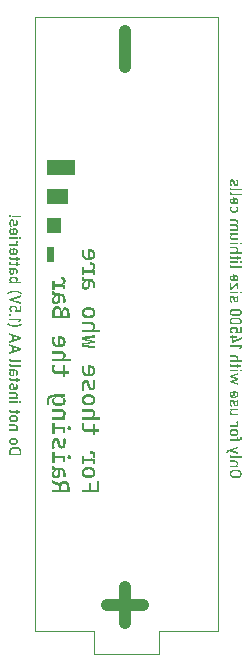
<source format=gbr>
%TF.GenerationSoftware,KiCad,Pcbnew,8.0.6*%
%TF.CreationDate,2024-11-08T20:03:32-06:00*%
%TF.ProjectId,lora micronode,6c6f7261-206d-4696-9372-6f6e6f64652e,rev?*%
%TF.SameCoordinates,Original*%
%TF.FileFunction,Legend,Bot*%
%TF.FilePolarity,Positive*%
%FSLAX46Y46*%
G04 Gerber Fmt 4.6, Leading zero omitted, Abs format (unit mm)*
G04 Created by KiCad (PCBNEW 8.0.6) date 2024-11-08 20:03:32*
%MOMM*%
%LPD*%
G01*
G04 APERTURE LIST*
%ADD10C,0.150000*%
%ADD11C,0.200000*%
%ADD12C,1.000000*%
%ADD13C,0.120000*%
G04 APERTURE END LIST*
D10*
G36*
X121461356Y-95666646D02*
G01*
X121461356Y-95440478D01*
X121464928Y-95388286D01*
X121477486Y-95337051D01*
X121502044Y-95289415D01*
X121518509Y-95269263D01*
X121558985Y-95237192D01*
X121608669Y-95216999D01*
X121661256Y-95208981D01*
X121680442Y-95208447D01*
X121974510Y-95208447D01*
X122023725Y-95212248D01*
X122072085Y-95225611D01*
X122117118Y-95251743D01*
X122136199Y-95269263D01*
X122166467Y-95312011D01*
X122184123Y-95358844D01*
X122192195Y-95407124D01*
X122193596Y-95440478D01*
X122193596Y-95666646D01*
X122326709Y-95666646D01*
X122326709Y-95444630D01*
X122324698Y-95393728D01*
X122317478Y-95339647D01*
X122305006Y-95289932D01*
X122284699Y-95239221D01*
X122258153Y-95194500D01*
X122225502Y-95156231D01*
X122186746Y-95124416D01*
X122162577Y-95109528D01*
X122114769Y-95087922D01*
X122061744Y-95073387D01*
X122010232Y-95066403D01*
X121968893Y-95064832D01*
X121685815Y-95064832D01*
X121631212Y-95067626D01*
X121580730Y-95076006D01*
X121528864Y-95092113D01*
X121492131Y-95109528D01*
X121449964Y-95137798D01*
X121413863Y-95172597D01*
X121383829Y-95213927D01*
X121369765Y-95239710D01*
X121349576Y-95290539D01*
X121337176Y-95340326D01*
X121329998Y-95394449D01*
X121328000Y-95445362D01*
X121328000Y-95666646D01*
X121461356Y-95666646D01*
G37*
G36*
X122326709Y-95761413D02*
G01*
X122326709Y-95621217D01*
X121328000Y-95621217D01*
X121328000Y-95761413D01*
X122326709Y-95761413D01*
G37*
G36*
X121762123Y-94289666D02*
G01*
X121812963Y-94294238D01*
X121864239Y-94305754D01*
X121910030Y-94324043D01*
X121950011Y-94348773D01*
X121986551Y-94383028D01*
X122015299Y-94424672D01*
X122019676Y-94433020D01*
X122038703Y-94482686D01*
X122048587Y-94533348D01*
X122051447Y-94583429D01*
X122051306Y-94594896D01*
X122047175Y-94643924D01*
X122035879Y-94693460D01*
X122015299Y-94741943D01*
X121989486Y-94780106D01*
X121953655Y-94815033D01*
X121910030Y-94842571D01*
X121896869Y-94848769D01*
X121849432Y-94865027D01*
X121796510Y-94874510D01*
X121744189Y-94877254D01*
X121628174Y-94877254D01*
X121610013Y-94876949D01*
X121558519Y-94872376D01*
X121506560Y-94860861D01*
X121460135Y-94842571D01*
X121419873Y-94817841D01*
X121383078Y-94783586D01*
X121354133Y-94741943D01*
X121349727Y-94733596D01*
X121330571Y-94683968D01*
X121320620Y-94633393D01*
X121317741Y-94583429D01*
X121450854Y-94583429D01*
X121451975Y-94605592D01*
X121465382Y-94655626D01*
X121496771Y-94697247D01*
X121525674Y-94716609D01*
X121573347Y-94732569D01*
X121626220Y-94737302D01*
X121744189Y-94737302D01*
X121778804Y-94735386D01*
X121829660Y-94723181D01*
X121872661Y-94697247D01*
X121890362Y-94678026D01*
X121911702Y-94633896D01*
X121918090Y-94583429D01*
X121916981Y-94561272D01*
X121903716Y-94511310D01*
X121872661Y-94469856D01*
X121844231Y-94450375D01*
X121796947Y-94434318D01*
X121744189Y-94429556D01*
X121626220Y-94429556D01*
X121591559Y-94431485D01*
X121540405Y-94443764D01*
X121496771Y-94469856D01*
X121478880Y-94488982D01*
X121457311Y-94532997D01*
X121450854Y-94583429D01*
X121317741Y-94583429D01*
X121317883Y-94571933D01*
X121322042Y-94522796D01*
X121333414Y-94473184D01*
X121354133Y-94424672D01*
X121380051Y-94386509D01*
X121415888Y-94351582D01*
X121459402Y-94324043D01*
X121477129Y-94315915D01*
X121525352Y-94300335D01*
X121573526Y-94292104D01*
X121626220Y-94289361D01*
X121744189Y-94289361D01*
X121762123Y-94289666D01*
G37*
G36*
X122040944Y-93719542D02*
G01*
X122040944Y-93579347D01*
X121328000Y-93579347D01*
X121328000Y-93719542D01*
X122040944Y-93719542D01*
G37*
G36*
X121760065Y-93286744D02*
G01*
X121811860Y-93292274D01*
X121857118Y-93310745D01*
X121876813Y-93326067D01*
X121905030Y-93366292D01*
X121917082Y-93414443D01*
X121918090Y-93435732D01*
X121912084Y-93486494D01*
X121890227Y-93532143D01*
X121881698Y-93541978D01*
X121837918Y-93570005D01*
X121787488Y-93579201D01*
X121779360Y-93579347D01*
X121916625Y-93593757D01*
X121960978Y-93566177D01*
X121996950Y-93532895D01*
X122016276Y-93507540D01*
X122039048Y-93462424D01*
X122050210Y-93413600D01*
X122051447Y-93389815D01*
X122046699Y-93335089D01*
X122032457Y-93286927D01*
X122005085Y-93240591D01*
X121975487Y-93210296D01*
X121933584Y-93182407D01*
X121883835Y-93162486D01*
X121833868Y-93151591D01*
X121777894Y-93146798D01*
X121760798Y-93146549D01*
X121328000Y-93146549D01*
X121328000Y-93286744D01*
X121760065Y-93286744D01*
G37*
G36*
X121762123Y-92370894D02*
G01*
X121812963Y-92375466D01*
X121864239Y-92386982D01*
X121910030Y-92405272D01*
X121950011Y-92430001D01*
X121986551Y-92464256D01*
X122015299Y-92505900D01*
X122019676Y-92514248D01*
X122038703Y-92563915D01*
X122048587Y-92614576D01*
X122051447Y-92664658D01*
X122051306Y-92676125D01*
X122047175Y-92725152D01*
X122035879Y-92774688D01*
X122015299Y-92823171D01*
X121989486Y-92861334D01*
X121953655Y-92896261D01*
X121910030Y-92923799D01*
X121896869Y-92929997D01*
X121849432Y-92946255D01*
X121796510Y-92955738D01*
X121744189Y-92958482D01*
X121628174Y-92958482D01*
X121610013Y-92958177D01*
X121558519Y-92953604D01*
X121506560Y-92942089D01*
X121460135Y-92923799D01*
X121419873Y-92899070D01*
X121383078Y-92864815D01*
X121354133Y-92823171D01*
X121349727Y-92814824D01*
X121330571Y-92765197D01*
X121320620Y-92714621D01*
X121317741Y-92664658D01*
X121450854Y-92664658D01*
X121451975Y-92686821D01*
X121465382Y-92736854D01*
X121496771Y-92778475D01*
X121525674Y-92797838D01*
X121573347Y-92813797D01*
X121626220Y-92818531D01*
X121744189Y-92818531D01*
X121778804Y-92816614D01*
X121829660Y-92804409D01*
X121872661Y-92778475D01*
X121890362Y-92759254D01*
X121911702Y-92715124D01*
X121918090Y-92664658D01*
X121916981Y-92642500D01*
X121903716Y-92592538D01*
X121872661Y-92551085D01*
X121844231Y-92531604D01*
X121796947Y-92515547D01*
X121744189Y-92510785D01*
X121626220Y-92510785D01*
X121591559Y-92512713D01*
X121540405Y-92524992D01*
X121496771Y-92551085D01*
X121478880Y-92570210D01*
X121457311Y-92614225D01*
X121450854Y-92664658D01*
X121317741Y-92664658D01*
X121317883Y-92653161D01*
X121322042Y-92604024D01*
X121333414Y-92554412D01*
X121354133Y-92505900D01*
X121380051Y-92467737D01*
X121415888Y-92432810D01*
X121459402Y-92405272D01*
X121477129Y-92397143D01*
X121525352Y-92381563D01*
X121573526Y-92373333D01*
X121626220Y-92370589D01*
X121744189Y-92370589D01*
X121762123Y-92370894D01*
G37*
G36*
X121324580Y-91990547D02*
G01*
X121329231Y-92040078D01*
X121347091Y-92087614D01*
X121372207Y-92117309D01*
X121418601Y-92143244D01*
X121469569Y-92154862D01*
X121513380Y-92157365D01*
X122248551Y-92157365D01*
X122248551Y-92017170D01*
X121512159Y-92017170D01*
X121471859Y-92006912D01*
X121457937Y-91976625D01*
X121457937Y-91909459D01*
X121324580Y-91909459D01*
X121324580Y-91990547D01*
G37*
G36*
X122040944Y-92230882D02*
G01*
X122040944Y-91909459D01*
X121914671Y-91909459D01*
X121914671Y-92230882D01*
X122040944Y-92230882D01*
G37*
G36*
X122326709Y-91344525D02*
G01*
X122326709Y-91204330D01*
X122186757Y-91204330D01*
X122186757Y-91344525D01*
X122326709Y-91344525D01*
G37*
G36*
X122040944Y-91344525D02*
G01*
X122040944Y-91204330D01*
X121328000Y-91204330D01*
X121328000Y-91344525D01*
X122040944Y-91344525D01*
G37*
G36*
X122040944Y-90993792D02*
G01*
X122040944Y-90853597D01*
X121328000Y-90853597D01*
X121328000Y-90993792D01*
X122040944Y-90993792D01*
G37*
G36*
X121760065Y-90560994D02*
G01*
X121811860Y-90566524D01*
X121857118Y-90584995D01*
X121876813Y-90600317D01*
X121905030Y-90640542D01*
X121917082Y-90688693D01*
X121918090Y-90709982D01*
X121912084Y-90760744D01*
X121890227Y-90806393D01*
X121881698Y-90816228D01*
X121837918Y-90844255D01*
X121787488Y-90853451D01*
X121779360Y-90853597D01*
X121916625Y-90868007D01*
X121960978Y-90840427D01*
X121996950Y-90807145D01*
X122016276Y-90781789D01*
X122039048Y-90736674D01*
X122050210Y-90687849D01*
X122051447Y-90664064D01*
X122046699Y-90609339D01*
X122032457Y-90561177D01*
X122005085Y-90514841D01*
X121975487Y-90484546D01*
X121933584Y-90456656D01*
X121883835Y-90436735D01*
X121833868Y-90425841D01*
X121777894Y-90421048D01*
X121760798Y-90420799D01*
X121328000Y-90420799D01*
X121328000Y-90560994D01*
X121760065Y-90560994D01*
G37*
G36*
X121317741Y-89960157D02*
G01*
X121319757Y-90010224D01*
X121326435Y-90061168D01*
X121329953Y-90078614D01*
X121344315Y-90128807D01*
X121364042Y-90175887D01*
X121367078Y-90181929D01*
X121393064Y-90225374D01*
X121424308Y-90265492D01*
X121428872Y-90270589D01*
X121531454Y-90187547D01*
X121501572Y-90144270D01*
X121477873Y-90101268D01*
X121465508Y-90072752D01*
X121450482Y-90023191D01*
X121443870Y-89974097D01*
X121443526Y-89960157D01*
X121446557Y-89907832D01*
X121457952Y-89858719D01*
X121469172Y-89835348D01*
X121506215Y-89801775D01*
X121546353Y-89793827D01*
X121593343Y-89811218D01*
X121597888Y-89816542D01*
X121618805Y-89862697D01*
X121620847Y-89872962D01*
X121627463Y-89922513D01*
X121631593Y-89967728D01*
X121631838Y-89979452D01*
X121633059Y-89990931D01*
X121633303Y-89996549D01*
X121633792Y-90001922D01*
X121639127Y-90050958D01*
X121648650Y-90100612D01*
X121653819Y-90119403D01*
X121675130Y-90163489D01*
X121709263Y-90199515D01*
X121754947Y-90222480D01*
X121806956Y-90231010D01*
X121825278Y-90231510D01*
X121874302Y-90227874D01*
X121924425Y-90214200D01*
X121951063Y-90200736D01*
X121990106Y-90167844D01*
X122017820Y-90127004D01*
X122026290Y-90108656D01*
X122041620Y-90058350D01*
X122048990Y-90009816D01*
X122051422Y-89960997D01*
X122051447Y-89955272D01*
X122049139Y-89904245D01*
X122042216Y-89855581D01*
X122040944Y-89849270D01*
X122028183Y-89799872D01*
X122010414Y-89752794D01*
X121987516Y-89707548D01*
X121959367Y-89664134D01*
X121857030Y-89748642D01*
X121881990Y-89791860D01*
X121902560Y-89837862D01*
X121908321Y-89854155D01*
X121920768Y-89902162D01*
X121925645Y-89952186D01*
X121925662Y-89955272D01*
X121921631Y-90007491D01*
X121905602Y-90055493D01*
X121901237Y-90062494D01*
X121861262Y-90093139D01*
X121828209Y-90098154D01*
X121784734Y-90077882D01*
X121766438Y-90032513D01*
X121765438Y-90026835D01*
X121760115Y-89977948D01*
X121757378Y-89938907D01*
X121756646Y-89930359D01*
X121755913Y-89920833D01*
X121755913Y-89916926D01*
X121755180Y-89912773D01*
X121750749Y-89863878D01*
X121742312Y-89812939D01*
X121735397Y-89785279D01*
X121714706Y-89739751D01*
X121681029Y-89701630D01*
X121675557Y-89697107D01*
X121628827Y-89672563D01*
X121576643Y-89662466D01*
X121546353Y-89661203D01*
X121496576Y-89665099D01*
X121449383Y-89678237D01*
X121418858Y-89694176D01*
X121382089Y-89726489D01*
X121353544Y-89769846D01*
X121343143Y-89793583D01*
X121328681Y-89843129D01*
X121320743Y-89895183D01*
X121317841Y-89947742D01*
X121317741Y-89960157D01*
G37*
G36*
X121324580Y-89300945D02*
G01*
X121329231Y-89350476D01*
X121347091Y-89398012D01*
X121372207Y-89427707D01*
X121418601Y-89453642D01*
X121469569Y-89465259D01*
X121513380Y-89467763D01*
X122248551Y-89467763D01*
X122248551Y-89327568D01*
X121512159Y-89327568D01*
X121471859Y-89317309D01*
X121457937Y-89287023D01*
X121457937Y-89219856D01*
X121324580Y-89219856D01*
X121324580Y-89300945D01*
G37*
G36*
X122040944Y-89541280D02*
G01*
X122040944Y-89219856D01*
X121914671Y-89219856D01*
X121914671Y-89541280D01*
X122040944Y-89541280D01*
G37*
G36*
X121780093Y-88627568D02*
G01*
X121831847Y-88633735D01*
X121878641Y-88656178D01*
X121888781Y-88664937D01*
X121916656Y-88706893D01*
X121927274Y-88758545D01*
X121927616Y-88771182D01*
X121922966Y-88821132D01*
X121914427Y-88854713D01*
X121895438Y-88899878D01*
X121878279Y-88927009D01*
X121948376Y-89029347D01*
X121984320Y-88992172D01*
X122011202Y-88950344D01*
X122024092Y-88922613D01*
X122039666Y-88875237D01*
X122048775Y-88824455D01*
X122051447Y-88775334D01*
X122048394Y-88722402D01*
X122037983Y-88669907D01*
X122020184Y-88623415D01*
X121992752Y-88580230D01*
X121957352Y-88545563D01*
X121929325Y-88527184D01*
X121881377Y-88507091D01*
X121831391Y-88496819D01*
X121786199Y-88494211D01*
X121328000Y-88494211D01*
X121328000Y-88627568D01*
X121780093Y-88627568D01*
G37*
G36*
X121317741Y-88801957D02*
G01*
X121320348Y-88856480D01*
X121329709Y-88911008D01*
X121345879Y-88957231D01*
X121372207Y-88999305D01*
X121411935Y-89033695D01*
X121457152Y-89053755D01*
X121511334Y-89063499D01*
X121538293Y-89064518D01*
X121587859Y-89060778D01*
X121635701Y-89047630D01*
X121679026Y-89021917D01*
X121696806Y-89004678D01*
X121724756Y-88961316D01*
X121741060Y-88912093D01*
X121748513Y-88860229D01*
X121749807Y-88823939D01*
X121749807Y-88621461D01*
X121637211Y-88611692D01*
X121637211Y-88823206D01*
X121630318Y-88873806D01*
X121612787Y-88905516D01*
X121569685Y-88929423D01*
X121538293Y-88932627D01*
X121488418Y-88922425D01*
X121457692Y-88896479D01*
X121438275Y-88850989D01*
X121432030Y-88800270D01*
X121431803Y-88786814D01*
X121433823Y-88736418D01*
X121442238Y-88686302D01*
X121448900Y-88667135D01*
X121483445Y-88630697D01*
X121502389Y-88627568D01*
X121402249Y-88613157D01*
X121364789Y-88645809D01*
X121354866Y-88658831D01*
X121332243Y-88704306D01*
X121327023Y-88721601D01*
X121318838Y-88772296D01*
X121317741Y-88801957D01*
G37*
G36*
X121512159Y-88145432D02*
G01*
X121471859Y-88134197D01*
X121457937Y-88102201D01*
X121457937Y-88036256D01*
X121324580Y-88036256D01*
X121324580Y-88118810D01*
X121330410Y-88169308D01*
X121350068Y-88214720D01*
X121373917Y-88242152D01*
X121416770Y-88268645D01*
X121466009Y-88282189D01*
X121513380Y-88285628D01*
X122326709Y-88285628D01*
X122326709Y-88145432D01*
X121512159Y-88145432D01*
G37*
G36*
X121512159Y-87739989D02*
G01*
X121471859Y-87728754D01*
X121457937Y-87696758D01*
X121457937Y-87630812D01*
X121324580Y-87630812D01*
X121324580Y-87713367D01*
X121330410Y-87763865D01*
X121350068Y-87809277D01*
X121373917Y-87836709D01*
X121416770Y-87863202D01*
X121466009Y-87876745D01*
X121513380Y-87880184D01*
X122326709Y-87880184D01*
X122326709Y-87739989D01*
X121512159Y-87739989D01*
G37*
G36*
X122326709Y-86813820D02*
G01*
X122326709Y-86694385D01*
X121328000Y-86326067D01*
X121328000Y-86477254D01*
X122133757Y-86753981D01*
X121328000Y-87030952D01*
X121328000Y-87181894D01*
X122326709Y-86813820D01*
G37*
G36*
X121680442Y-87012390D02*
G01*
X121680442Y-86486779D01*
X121547085Y-86486779D01*
X121547085Y-87012390D01*
X121680442Y-87012390D01*
G37*
G36*
X122326709Y-85894490D02*
G01*
X122326709Y-85775055D01*
X121328000Y-85406737D01*
X121328000Y-85557923D01*
X122133757Y-85834651D01*
X121328000Y-86111622D01*
X121328000Y-86262564D01*
X122326709Y-85894490D01*
G37*
G36*
X121680442Y-86093060D02*
G01*
X121680442Y-85567449D01*
X121547085Y-85567449D01*
X121547085Y-86093060D01*
X121680442Y-86093060D01*
G37*
G36*
X121113066Y-84641769D02*
G01*
X121155222Y-84678505D01*
X121198952Y-84712236D01*
X121244256Y-84742962D01*
X121291134Y-84770683D01*
X121339587Y-84795398D01*
X121389614Y-84817108D01*
X121410065Y-84824951D01*
X121462338Y-84842471D01*
X121516268Y-84857022D01*
X121571856Y-84868603D01*
X121629101Y-84877215D01*
X121688005Y-84882857D01*
X121748566Y-84885530D01*
X121773254Y-84885767D01*
X121822309Y-84884817D01*
X121882146Y-84880956D01*
X121940337Y-84874126D01*
X121996883Y-84864327D01*
X122051783Y-84851558D01*
X122105037Y-84835819D01*
X122136199Y-84824951D01*
X122186856Y-84804443D01*
X122235938Y-84780930D01*
X122283446Y-84754411D01*
X122329380Y-84724887D01*
X122373740Y-84692358D01*
X122416525Y-84656824D01*
X122433198Y-84641769D01*
X122346004Y-84545781D01*
X122301802Y-84582787D01*
X122255661Y-84616134D01*
X122207578Y-84645824D01*
X122157555Y-84671856D01*
X122105591Y-84694230D01*
X122087839Y-84700875D01*
X122033245Y-84718389D01*
X121976625Y-84732280D01*
X121927893Y-84741087D01*
X121877754Y-84747378D01*
X121826208Y-84751152D01*
X121773254Y-84752411D01*
X121720230Y-84751152D01*
X121668626Y-84747378D01*
X121618440Y-84741087D01*
X121569674Y-84732280D01*
X121513028Y-84718389D01*
X121458425Y-84700875D01*
X121405789Y-84679721D01*
X121355042Y-84654908D01*
X121306184Y-84626438D01*
X121259215Y-84594309D01*
X121214135Y-84558523D01*
X121199528Y-84545781D01*
X121113066Y-84641769D01*
G37*
G36*
X121328000Y-84190408D02*
G01*
X121328000Y-84330603D01*
X122174301Y-84330603D01*
X122087106Y-84472752D01*
X122231942Y-84472752D01*
X122326709Y-84330603D01*
X122326709Y-84190408D01*
X121328000Y-84190408D01*
G37*
G36*
X121475034Y-83983534D02*
G01*
X121475034Y-83836744D01*
X121328000Y-83836744D01*
X121328000Y-83983534D01*
X121475034Y-83983534D01*
G37*
G36*
X121317741Y-83370973D02*
G01*
X121321233Y-83421036D01*
X121333009Y-83471108D01*
X121347295Y-83505551D01*
X121375701Y-83549550D01*
X121412894Y-83586294D01*
X121433024Y-83600806D01*
X121478499Y-83624883D01*
X121525736Y-83640979D01*
X121568334Y-83649898D01*
X121569067Y-83649898D01*
X121569067Y-83509703D01*
X121568334Y-83509703D01*
X121519486Y-83494926D01*
X121482849Y-83465739D01*
X121459027Y-83420869D01*
X121452319Y-83370973D01*
X121459736Y-83321439D01*
X121486727Y-83276806D01*
X121497260Y-83267170D01*
X121539979Y-83243291D01*
X121590073Y-83232054D01*
X121624022Y-83230289D01*
X121707797Y-83230289D01*
X121759274Y-83234647D01*
X121809097Y-83251034D01*
X121833826Y-83267170D01*
X121864715Y-83305070D01*
X121878305Y-83354658D01*
X121879011Y-83370973D01*
X121869199Y-83419742D01*
X121858251Y-83441071D01*
X121826118Y-83479959D01*
X121800609Y-83500177D01*
X121800609Y-83627916D01*
X122326709Y-83627916D01*
X122326709Y-83118914D01*
X122193596Y-83118914D01*
X122193596Y-83487721D01*
X121968893Y-83487721D01*
X121995408Y-83445085D01*
X122001866Y-83429347D01*
X122012856Y-83380163D01*
X122013589Y-83363401D01*
X122010083Y-83311796D01*
X121998127Y-83260649D01*
X121977685Y-83215390D01*
X121946304Y-83173419D01*
X121905649Y-83139828D01*
X121873394Y-83122090D01*
X121822861Y-83103873D01*
X121771112Y-83093874D01*
X121719807Y-83090219D01*
X121707797Y-83090094D01*
X121624022Y-83090094D01*
X121571819Y-83092702D01*
X121518983Y-83101718D01*
X121471584Y-83117174D01*
X121458425Y-83123066D01*
X121415079Y-83149314D01*
X121379410Y-83182719D01*
X121353645Y-83219298D01*
X121333204Y-83265651D01*
X121321248Y-83318065D01*
X121317741Y-83370973D01*
G37*
G36*
X122326709Y-82970415D02*
G01*
X122326709Y-82817763D01*
X121543666Y-82578161D01*
X122326709Y-82338314D01*
X122326709Y-82185907D01*
X121328000Y-82511482D01*
X121328000Y-82644595D01*
X122326709Y-82970415D01*
G37*
G36*
X121199528Y-82155621D02*
G01*
X121243978Y-82118532D01*
X121290317Y-82085118D01*
X121338546Y-82055380D01*
X121388663Y-82029316D01*
X121440670Y-82006928D01*
X121458425Y-82000282D01*
X121513028Y-81982768D01*
X121569674Y-81968878D01*
X121618440Y-81960071D01*
X121668626Y-81953780D01*
X121720230Y-81950005D01*
X121773254Y-81948747D01*
X121826208Y-81950005D01*
X121877754Y-81953780D01*
X121927893Y-81960071D01*
X121976625Y-81968878D01*
X122033245Y-81982768D01*
X122087839Y-82000282D01*
X122140449Y-82021445D01*
X122191119Y-82046284D01*
X122239849Y-82074797D01*
X122286637Y-82106986D01*
X122331486Y-82142849D01*
X122346004Y-82155621D01*
X122433198Y-82059389D01*
X122391043Y-82022658D01*
X122347313Y-81988945D01*
X122302008Y-81958249D01*
X122255130Y-81930570D01*
X122206677Y-81905908D01*
X122156651Y-81884264D01*
X122136199Y-81876451D01*
X122083933Y-81858931D01*
X122030020Y-81844380D01*
X121974462Y-81832799D01*
X121917258Y-81824187D01*
X121858409Y-81818545D01*
X121797913Y-81815872D01*
X121773254Y-81815635D01*
X121724142Y-81816585D01*
X121664244Y-81820445D01*
X121606004Y-81827275D01*
X121549422Y-81837075D01*
X121494497Y-81849844D01*
X121441230Y-81865582D01*
X121410065Y-81876451D01*
X121359409Y-81896888D01*
X121310326Y-81920343D01*
X121262818Y-81946815D01*
X121216884Y-81976304D01*
X121172525Y-82008811D01*
X121129739Y-82044335D01*
X121113066Y-82059389D01*
X121199528Y-82155621D01*
G37*
G36*
X121317741Y-80889954D02*
G01*
X121322982Y-80941309D01*
X121340346Y-80990302D01*
X121349493Y-81006214D01*
X121382538Y-81044428D01*
X121425681Y-81072732D01*
X121439863Y-81078998D01*
X121589095Y-81069228D01*
X121539186Y-81063459D01*
X121510693Y-81052864D01*
X121472045Y-81021419D01*
X121461112Y-81004993D01*
X121446035Y-80958174D01*
X121444015Y-80929033D01*
X121450988Y-80877834D01*
X121474096Y-80834236D01*
X121486269Y-80821566D01*
X121529880Y-80795520D01*
X121577827Y-80784804D01*
X121605459Y-80783464D01*
X121760065Y-80783464D01*
X121809810Y-80787967D01*
X121857884Y-80804897D01*
X121881698Y-80821566D01*
X121911250Y-80860889D01*
X121923874Y-80908120D01*
X121924929Y-80929033D01*
X121918441Y-80979656D01*
X121908321Y-81004993D01*
X121876722Y-81042363D01*
X121859960Y-81052864D01*
X121812712Y-81067295D01*
X121783512Y-81069228D01*
X121920777Y-81083639D01*
X121963653Y-81056677D01*
X122001032Y-81021189D01*
X122017253Y-80999375D01*
X122039392Y-80954972D01*
X122050245Y-80906700D01*
X122051447Y-80883115D01*
X122047406Y-80833769D01*
X122033782Y-80785729D01*
X122017253Y-80753667D01*
X121984509Y-80714083D01*
X121945125Y-80685128D01*
X121918090Y-80671601D01*
X121870082Y-80655471D01*
X121820928Y-80646617D01*
X121766527Y-80643297D01*
X121760798Y-80643269D01*
X121605459Y-80643269D01*
X121556537Y-80645568D01*
X121506982Y-80653515D01*
X121458313Y-80668814D01*
X121450121Y-80672334D01*
X121406054Y-80697727D01*
X121368005Y-80733764D01*
X121351691Y-80756842D01*
X121331003Y-80801550D01*
X121319863Y-80852509D01*
X121317741Y-80889954D01*
G37*
G36*
X122326709Y-81209424D02*
G01*
X122326709Y-81069228D01*
X121328000Y-81069228D01*
X121328000Y-81209424D01*
X122326709Y-81209424D01*
G37*
G36*
X121780093Y-80045851D02*
G01*
X121831847Y-80052018D01*
X121878641Y-80074462D01*
X121888781Y-80083220D01*
X121916656Y-80125177D01*
X121927274Y-80176828D01*
X121927616Y-80189466D01*
X121922966Y-80239416D01*
X121914427Y-80272997D01*
X121895438Y-80318161D01*
X121878279Y-80345293D01*
X121948376Y-80447630D01*
X121984320Y-80410456D01*
X122011202Y-80368627D01*
X122024092Y-80340896D01*
X122039666Y-80293520D01*
X122048775Y-80242738D01*
X122051447Y-80193618D01*
X122048394Y-80140686D01*
X122037983Y-80088191D01*
X122020184Y-80041699D01*
X121992752Y-79998514D01*
X121957352Y-79963846D01*
X121929325Y-79945467D01*
X121881377Y-79925374D01*
X121831391Y-79915102D01*
X121786199Y-79912494D01*
X121328000Y-79912494D01*
X121328000Y-80045851D01*
X121780093Y-80045851D01*
G37*
G36*
X121317741Y-80220240D02*
G01*
X121320348Y-80274764D01*
X121329709Y-80329291D01*
X121345879Y-80375514D01*
X121372207Y-80417588D01*
X121411935Y-80451978D01*
X121457152Y-80472039D01*
X121511334Y-80481782D01*
X121538293Y-80482801D01*
X121587859Y-80479061D01*
X121635701Y-80465913D01*
X121679026Y-80440201D01*
X121696806Y-80422962D01*
X121724756Y-80379599D01*
X121741060Y-80330376D01*
X121748513Y-80278513D01*
X121749807Y-80242222D01*
X121749807Y-80039745D01*
X121637211Y-80029975D01*
X121637211Y-80241489D01*
X121630318Y-80292089D01*
X121612787Y-80323799D01*
X121569685Y-80347707D01*
X121538293Y-80350910D01*
X121488418Y-80340708D01*
X121457692Y-80314762D01*
X121438275Y-80269272D01*
X121432030Y-80218553D01*
X121431803Y-80205097D01*
X121433823Y-80154701D01*
X121442238Y-80104586D01*
X121448900Y-80085418D01*
X121483445Y-80048981D01*
X121502389Y-80045851D01*
X121402249Y-80031441D01*
X121364789Y-80064093D01*
X121354866Y-80077114D01*
X121332243Y-80122589D01*
X121327023Y-80139884D01*
X121318838Y-80190579D01*
X121317741Y-80220240D01*
G37*
G36*
X121324580Y-79518531D02*
G01*
X121329231Y-79568061D01*
X121347091Y-79615597D01*
X121372207Y-79645293D01*
X121418601Y-79671227D01*
X121469569Y-79682845D01*
X121513380Y-79685348D01*
X122248551Y-79685348D01*
X122248551Y-79545153D01*
X121512159Y-79545153D01*
X121471859Y-79534895D01*
X121457937Y-79504609D01*
X121457937Y-79437442D01*
X121324580Y-79437442D01*
X121324580Y-79518531D01*
G37*
G36*
X122040944Y-79758866D02*
G01*
X122040944Y-79437442D01*
X121914671Y-79437442D01*
X121914671Y-79758866D01*
X122040944Y-79758866D01*
G37*
G36*
X121324580Y-79062285D02*
G01*
X121329231Y-79111816D01*
X121347091Y-79159351D01*
X121372207Y-79189047D01*
X121418601Y-79214982D01*
X121469569Y-79226599D01*
X121513380Y-79229103D01*
X122248551Y-79229103D01*
X122248551Y-79088907D01*
X121512159Y-79088907D01*
X121471859Y-79078649D01*
X121457937Y-79048363D01*
X121457937Y-78981196D01*
X121324580Y-78981196D01*
X121324580Y-79062285D01*
G37*
G36*
X122040944Y-79302620D02*
G01*
X122040944Y-78981196D01*
X121914671Y-78981196D01*
X121914671Y-79302620D01*
X122040944Y-79302620D01*
G37*
G36*
X121317741Y-78499549D02*
G01*
X121320678Y-78552911D01*
X121329488Y-78601714D01*
X121346165Y-78650591D01*
X121354866Y-78668565D01*
X121384459Y-78712693D01*
X121422190Y-78749029D01*
X121463554Y-78775300D01*
X121511368Y-78794620D01*
X121559416Y-78805890D01*
X121612218Y-78811364D01*
X121637211Y-78811936D01*
X121717567Y-78811936D01*
X121768507Y-78809738D01*
X121821179Y-78802010D01*
X121868945Y-78788718D01*
X121898062Y-78776765D01*
X121941420Y-78751506D01*
X121981014Y-78716503D01*
X122012124Y-78673939D01*
X122032861Y-78629135D01*
X122045917Y-78578989D01*
X122051101Y-78529290D01*
X122051447Y-78511762D01*
X122047082Y-78458572D01*
X122033987Y-78410439D01*
X122009500Y-78363333D01*
X122006750Y-78359354D01*
X121971317Y-78319413D01*
X121930941Y-78289265D01*
X121882789Y-78264983D01*
X121877546Y-78262878D01*
X121827344Y-78246703D01*
X121778244Y-78236769D01*
X121724930Y-78231018D01*
X121674824Y-78229417D01*
X121628174Y-78229417D01*
X121628174Y-78710331D01*
X121740770Y-78710331D01*
X121740770Y-78362773D01*
X121791603Y-78369786D01*
X121838704Y-78384883D01*
X121876569Y-78407714D01*
X121909628Y-78446743D01*
X121924173Y-78495870D01*
X121924929Y-78511762D01*
X121918753Y-78562399D01*
X121897927Y-78607897D01*
X121872661Y-78635348D01*
X121827530Y-78661841D01*
X121775418Y-78675385D01*
X121725138Y-78678824D01*
X121634280Y-78678824D01*
X121583003Y-78674268D01*
X121535800Y-78658733D01*
X121498237Y-78632173D01*
X121469363Y-78591541D01*
X121454602Y-78544700D01*
X121450854Y-78499549D01*
X121456881Y-78449137D01*
X121467951Y-78415041D01*
X121491787Y-78370640D01*
X121516311Y-78340059D01*
X121424231Y-78247979D01*
X121392017Y-78285947D01*
X121365229Y-78326974D01*
X121345585Y-78366926D01*
X121328618Y-78416488D01*
X121319482Y-78466256D01*
X121317741Y-78499549D01*
G37*
G36*
X122040944Y-78041106D02*
G01*
X122040944Y-77900910D01*
X121328000Y-77900910D01*
X121328000Y-78041106D01*
X122040944Y-78041106D01*
G37*
G36*
X121872173Y-77648852D02*
G01*
X121903268Y-77688816D01*
X121906367Y-77695746D01*
X121917529Y-77745000D01*
X121918090Y-77760715D01*
X121912003Y-77809973D01*
X121889853Y-77854588D01*
X121881210Y-77864274D01*
X121837429Y-77891751D01*
X121787400Y-77900767D01*
X121779360Y-77900910D01*
X121916625Y-77915321D01*
X121960600Y-77887912D01*
X121999170Y-77852173D01*
X122016032Y-77830324D01*
X122038962Y-77786042D01*
X122050202Y-77738133D01*
X122051447Y-77714797D01*
X122047449Y-77665584D01*
X122037281Y-77626625D01*
X122014421Y-77581078D01*
X121995759Y-77557505D01*
X121872173Y-77648852D01*
G37*
G36*
X122326709Y-77444176D02*
G01*
X122326709Y-77303981D01*
X122186757Y-77303981D01*
X122186757Y-77444176D01*
X122326709Y-77444176D01*
G37*
G36*
X122040944Y-77444176D02*
G01*
X122040944Y-77303981D01*
X121328000Y-77303981D01*
X121328000Y-77444176D01*
X122040944Y-77444176D01*
G37*
G36*
X121317741Y-76801573D02*
G01*
X121320678Y-76854935D01*
X121329488Y-76903737D01*
X121346165Y-76952614D01*
X121354866Y-76970589D01*
X121384459Y-77014717D01*
X121422190Y-77051053D01*
X121463554Y-77077323D01*
X121511368Y-77096643D01*
X121559416Y-77107913D01*
X121612218Y-77113387D01*
X121637211Y-77113960D01*
X121717567Y-77113960D01*
X121768507Y-77111762D01*
X121821179Y-77104034D01*
X121868945Y-77090741D01*
X121898062Y-77078789D01*
X121941420Y-77053530D01*
X121981014Y-77018527D01*
X122012124Y-76975963D01*
X122032861Y-76931159D01*
X122045917Y-76881013D01*
X122051101Y-76831314D01*
X122051447Y-76813785D01*
X122047082Y-76760596D01*
X122033987Y-76712463D01*
X122009500Y-76665357D01*
X122006750Y-76661378D01*
X121971317Y-76621437D01*
X121930941Y-76591288D01*
X121882789Y-76567007D01*
X121877546Y-76564902D01*
X121827344Y-76548727D01*
X121778244Y-76538793D01*
X121724930Y-76533042D01*
X121674824Y-76531441D01*
X121628174Y-76531441D01*
X121628174Y-77012355D01*
X121740770Y-77012355D01*
X121740770Y-76664797D01*
X121791603Y-76671810D01*
X121838704Y-76686906D01*
X121876569Y-76709738D01*
X121909628Y-76748767D01*
X121924173Y-76797894D01*
X121924929Y-76813785D01*
X121918753Y-76864423D01*
X121897927Y-76909921D01*
X121872661Y-76937372D01*
X121827530Y-76963865D01*
X121775418Y-76977408D01*
X121725138Y-76980847D01*
X121634280Y-76980847D01*
X121583003Y-76976292D01*
X121535800Y-76960757D01*
X121498237Y-76934197D01*
X121469363Y-76893565D01*
X121454602Y-76846724D01*
X121450854Y-76801573D01*
X121456881Y-76751161D01*
X121467951Y-76717065D01*
X121491787Y-76672663D01*
X121516311Y-76642083D01*
X121424231Y-76550003D01*
X121392017Y-76587971D01*
X121365229Y-76628997D01*
X121345585Y-76668949D01*
X121328618Y-76718511D01*
X121319482Y-76768280D01*
X121317741Y-76801573D01*
G37*
G36*
X121317741Y-76091071D02*
G01*
X121319757Y-76141138D01*
X121326435Y-76192082D01*
X121329953Y-76209528D01*
X121344315Y-76259721D01*
X121364042Y-76306801D01*
X121367078Y-76312843D01*
X121393064Y-76356288D01*
X121424308Y-76396406D01*
X121428872Y-76401503D01*
X121531454Y-76318461D01*
X121501572Y-76275184D01*
X121477873Y-76232182D01*
X121465508Y-76203667D01*
X121450482Y-76154105D01*
X121443870Y-76105012D01*
X121443526Y-76091071D01*
X121446557Y-76038746D01*
X121457952Y-75989634D01*
X121469172Y-75966263D01*
X121506215Y-75932689D01*
X121546353Y-75924741D01*
X121593343Y-75942132D01*
X121597888Y-75947456D01*
X121618805Y-75993611D01*
X121620847Y-76003876D01*
X121627463Y-76053427D01*
X121631593Y-76098642D01*
X121631838Y-76110366D01*
X121633059Y-76121845D01*
X121633303Y-76127463D01*
X121633792Y-76132836D01*
X121639127Y-76181872D01*
X121648650Y-76231527D01*
X121653819Y-76250317D01*
X121675130Y-76294403D01*
X121709263Y-76330429D01*
X121754947Y-76353394D01*
X121806956Y-76361925D01*
X121825278Y-76362424D01*
X121874302Y-76358788D01*
X121924425Y-76345114D01*
X121951063Y-76331650D01*
X121990106Y-76298758D01*
X122017820Y-76257918D01*
X122026290Y-76239570D01*
X122041620Y-76189264D01*
X122048990Y-76140730D01*
X122051422Y-76091911D01*
X122051447Y-76086186D01*
X122049139Y-76035160D01*
X122042216Y-75986495D01*
X122040944Y-75980184D01*
X122028183Y-75930786D01*
X122010414Y-75883709D01*
X121987516Y-75838463D01*
X121959367Y-75795048D01*
X121857030Y-75879556D01*
X121881990Y-75922774D01*
X121902560Y-75968776D01*
X121908321Y-75985069D01*
X121920768Y-76033076D01*
X121925645Y-76083100D01*
X121925662Y-76086186D01*
X121921631Y-76138405D01*
X121905602Y-76186407D01*
X121901237Y-76193408D01*
X121861262Y-76224053D01*
X121828209Y-76229068D01*
X121784734Y-76208796D01*
X121766438Y-76163427D01*
X121765438Y-76157749D01*
X121760115Y-76108862D01*
X121757378Y-76069822D01*
X121756646Y-76061273D01*
X121755913Y-76051748D01*
X121755913Y-76047840D01*
X121755180Y-76043688D01*
X121750749Y-75994792D01*
X121742312Y-75943853D01*
X121735397Y-75916193D01*
X121714706Y-75870666D01*
X121681029Y-75832544D01*
X121675557Y-75828021D01*
X121628827Y-75803478D01*
X121576643Y-75793380D01*
X121546353Y-75792117D01*
X121496576Y-75796014D01*
X121449383Y-75809151D01*
X121418858Y-75825090D01*
X121382089Y-75857403D01*
X121353544Y-75900761D01*
X121343143Y-75924497D01*
X121328681Y-75974043D01*
X121320743Y-76026097D01*
X121317841Y-76078656D01*
X121317741Y-76091071D01*
G37*
G36*
X122326709Y-75606981D02*
G01*
X122326709Y-75466786D01*
X121584210Y-75466786D01*
X121584210Y-75606981D01*
X122326709Y-75606981D01*
G37*
G36*
X121475034Y-75610401D02*
G01*
X121475034Y-75463367D01*
X121328000Y-75463367D01*
X121328000Y-75610401D01*
X121475034Y-75610401D01*
G37*
G36*
X140684716Y-96987067D02*
G01*
X140735137Y-96994581D01*
X140782260Y-97007561D01*
X140831333Y-97028695D01*
X140856512Y-97043163D01*
X140897177Y-97073654D01*
X140931852Y-97109864D01*
X140960538Y-97151793D01*
X140976059Y-97182527D01*
X140993321Y-97231914D01*
X141003356Y-97285241D01*
X141006211Y-97335952D01*
X141004605Y-97374203D01*
X140997469Y-97422532D01*
X140982616Y-97473254D01*
X140960538Y-97520111D01*
X140945340Y-97544117D01*
X140913327Y-97582909D01*
X140875325Y-97616022D01*
X140831333Y-97643454D01*
X140793526Y-97660394D01*
X140741207Y-97676060D01*
X140691199Y-97684212D01*
X140637893Y-97686929D01*
X140354815Y-97686929D01*
X140307992Y-97684849D01*
X140257571Y-97677376D01*
X140210448Y-97664470D01*
X140161375Y-97643454D01*
X140136266Y-97628915D01*
X140095698Y-97598327D01*
X140061081Y-97562059D01*
X140032415Y-97520111D01*
X140016893Y-97489302D01*
X139999632Y-97439869D01*
X139989596Y-97386571D01*
X139986741Y-97335952D01*
X140124739Y-97335952D01*
X140124983Y-97347410D01*
X140132597Y-97397472D01*
X140152582Y-97444884D01*
X140156153Y-97450664D01*
X140188715Y-97488782D01*
X140231473Y-97517669D01*
X140247895Y-97525057D01*
X140298064Y-97539082D01*
X140350175Y-97543314D01*
X140642778Y-97543314D01*
X140663374Y-97542688D01*
X140713240Y-97535200D01*
X140760991Y-97517669D01*
X140767311Y-97514350D01*
X140808870Y-97484233D01*
X140840126Y-97444884D01*
X140845102Y-97435917D01*
X140862640Y-97387216D01*
X140867969Y-97335952D01*
X140867725Y-97324495D01*
X140860111Y-97274432D01*
X140840126Y-97227020D01*
X140836554Y-97221211D01*
X140803924Y-97183001D01*
X140760991Y-97154235D01*
X140744645Y-97146847D01*
X140694690Y-97132822D01*
X140642778Y-97128590D01*
X140350175Y-97128590D01*
X140329502Y-97129216D01*
X140279438Y-97136704D01*
X140231473Y-97154235D01*
X140225182Y-97157525D01*
X140183784Y-97187550D01*
X140152582Y-97227020D01*
X140147606Y-97235987D01*
X140130068Y-97284688D01*
X140124739Y-97335952D01*
X139986741Y-97335952D01*
X139988347Y-97297627D01*
X139995483Y-97249252D01*
X140010336Y-97198552D01*
X140032415Y-97151793D01*
X140047606Y-97127793D01*
X140079578Y-97089042D01*
X140117501Y-97056009D01*
X140161375Y-97028695D01*
X140199182Y-97011659D01*
X140251501Y-96995905D01*
X140301509Y-96987708D01*
X140354815Y-96984975D01*
X140637893Y-96984975D01*
X140684716Y-96987067D01*
G37*
G36*
X140709944Y-96776392D02*
G01*
X140709944Y-96636196D01*
X139997000Y-96636196D01*
X139997000Y-96776392D01*
X140709944Y-96776392D01*
G37*
G36*
X140429065Y-96343593D02*
G01*
X140480860Y-96349123D01*
X140526118Y-96367594D01*
X140545813Y-96382916D01*
X140574030Y-96423141D01*
X140586082Y-96471293D01*
X140587090Y-96492581D01*
X140581084Y-96543344D01*
X140559227Y-96588993D01*
X140550698Y-96598827D01*
X140506918Y-96626854D01*
X140456488Y-96636050D01*
X140448360Y-96636196D01*
X140585625Y-96650607D01*
X140629978Y-96623026D01*
X140665950Y-96589744D01*
X140685276Y-96564389D01*
X140708048Y-96519273D01*
X140719210Y-96470449D01*
X140720447Y-96446664D01*
X140715699Y-96391938D01*
X140701457Y-96343777D01*
X140674085Y-96297441D01*
X140644487Y-96267145D01*
X140602584Y-96239256D01*
X140552835Y-96219335D01*
X140502868Y-96208440D01*
X140446894Y-96203647D01*
X140429798Y-96203398D01*
X139997000Y-96203398D01*
X139997000Y-96343593D01*
X140429065Y-96343593D01*
G37*
G36*
X140181159Y-95854619D02*
G01*
X140140859Y-95843384D01*
X140126937Y-95811388D01*
X140126937Y-95745443D01*
X139993580Y-95745443D01*
X139993580Y-95827997D01*
X139999410Y-95878495D01*
X140019068Y-95923907D01*
X140042917Y-95951339D01*
X140085770Y-95977832D01*
X140135009Y-95991376D01*
X140182380Y-95994815D01*
X140995709Y-95994815D01*
X140995709Y-95854619D01*
X140181159Y-95854619D01*
G37*
G36*
X140709944Y-95033719D02*
G01*
X139830182Y-95337313D01*
X139784001Y-95357664D01*
X139752757Y-95380544D01*
X139722298Y-95421066D01*
X139711968Y-95446489D01*
X139701896Y-95496172D01*
X139699512Y-95542721D01*
X139699512Y-95570809D01*
X139834090Y-95570809D01*
X139834090Y-95542721D01*
X139843020Y-95492941D01*
X139849965Y-95480439D01*
X139888486Y-95448144D01*
X139904187Y-95440383D01*
X140709944Y-95176601D01*
X140709944Y-95033719D01*
G37*
G36*
X140709944Y-95664842D02*
G01*
X140709944Y-95521960D01*
X140090545Y-95302875D01*
X139938625Y-95380544D01*
X140709944Y-95664842D01*
G37*
G36*
X140806909Y-94517634D02*
G01*
X140856428Y-94514176D01*
X140906667Y-94500556D01*
X140948570Y-94473914D01*
X140979090Y-94430653D01*
X140992762Y-94381957D01*
X140995709Y-94339581D01*
X140995709Y-94236510D01*
X140862596Y-94236510D01*
X140862596Y-94336894D01*
X140847453Y-94367180D01*
X140808374Y-94377438D01*
X139997000Y-94377438D01*
X139997000Y-94517634D01*
X140806909Y-94517634D01*
G37*
G36*
X140709944Y-94593105D02*
G01*
X140709944Y-94236510D01*
X140590510Y-94236510D01*
X140590510Y-94593105D01*
X140709944Y-94593105D01*
G37*
G36*
X140431123Y-93548050D02*
G01*
X140481963Y-93552623D01*
X140533239Y-93564138D01*
X140579030Y-93582428D01*
X140619011Y-93607158D01*
X140655551Y-93641413D01*
X140684299Y-93683056D01*
X140688676Y-93691404D01*
X140707703Y-93741071D01*
X140717587Y-93791732D01*
X140720447Y-93841814D01*
X140720306Y-93853281D01*
X140716175Y-93902309D01*
X140704879Y-93951844D01*
X140684299Y-94000327D01*
X140658486Y-94038490D01*
X140622655Y-94073417D01*
X140579030Y-94100956D01*
X140565869Y-94107154D01*
X140518432Y-94123411D01*
X140465510Y-94132895D01*
X140413189Y-94135638D01*
X140297174Y-94135638D01*
X140279013Y-94135333D01*
X140227519Y-94130761D01*
X140175560Y-94119245D01*
X140129135Y-94100956D01*
X140088873Y-94076226D01*
X140052078Y-94041971D01*
X140023133Y-94000327D01*
X140018727Y-93991980D01*
X139999571Y-93942353D01*
X139989620Y-93891778D01*
X139986741Y-93841814D01*
X140119854Y-93841814D01*
X140120975Y-93863977D01*
X140134382Y-93914011D01*
X140165771Y-93955631D01*
X140194674Y-93974994D01*
X140242347Y-93990954D01*
X140295220Y-93995687D01*
X140413189Y-93995687D01*
X140447804Y-93993770D01*
X140498660Y-93981566D01*
X140541661Y-93955631D01*
X140559362Y-93936410D01*
X140580702Y-93892281D01*
X140587090Y-93841814D01*
X140585981Y-93819657D01*
X140572716Y-93769694D01*
X140541661Y-93728241D01*
X140513231Y-93708760D01*
X140465947Y-93692703D01*
X140413189Y-93687941D01*
X140295220Y-93687941D01*
X140260559Y-93689869D01*
X140209405Y-93702148D01*
X140165771Y-93728241D01*
X140147880Y-93747367D01*
X140126311Y-93791382D01*
X140119854Y-93841814D01*
X139986741Y-93841814D01*
X139986883Y-93830317D01*
X139991042Y-93781180D01*
X140002414Y-93731568D01*
X140023133Y-93683056D01*
X140049051Y-93644893D01*
X140084888Y-93609966D01*
X140128402Y-93582428D01*
X140146129Y-93574299D01*
X140194352Y-93558719D01*
X140242526Y-93550489D01*
X140295220Y-93547745D01*
X140413189Y-93547745D01*
X140431123Y-93548050D01*
G37*
G36*
X140709944Y-93353084D02*
G01*
X140709944Y-93212889D01*
X139997000Y-93212889D01*
X139997000Y-93353084D01*
X140709944Y-93353084D01*
G37*
G36*
X140541173Y-92960830D02*
G01*
X140572268Y-93000794D01*
X140575367Y-93007725D01*
X140586529Y-93056979D01*
X140587090Y-93072693D01*
X140581003Y-93121951D01*
X140558853Y-93166566D01*
X140550210Y-93176252D01*
X140506429Y-93203729D01*
X140456400Y-93212745D01*
X140448360Y-93212889D01*
X140585625Y-93227299D01*
X140629600Y-93199890D01*
X140668170Y-93164151D01*
X140685032Y-93142302D01*
X140707962Y-93098021D01*
X140719202Y-93050111D01*
X140720447Y-93026775D01*
X140716449Y-92977562D01*
X140706281Y-92938604D01*
X140683421Y-92893056D01*
X140664759Y-92869483D01*
X140541173Y-92960830D01*
G37*
G36*
X140709944Y-91950886D02*
G01*
X140709944Y-91811423D01*
X139997000Y-91811423D01*
X139997000Y-91950886D01*
X140709944Y-91950886D01*
G37*
G36*
X140276658Y-92240802D02*
G01*
X140225195Y-92235444D01*
X140177223Y-92215649D01*
X140160642Y-92202700D01*
X140131365Y-92160110D01*
X140120491Y-92112086D01*
X140119854Y-92095233D01*
X140125860Y-92044549D01*
X140147716Y-91998689D01*
X140156246Y-91988743D01*
X140197301Y-91961570D01*
X140247724Y-91951218D01*
X140260049Y-91950886D01*
X140111061Y-91941360D01*
X140068005Y-91965877D01*
X140031587Y-92000959D01*
X140022401Y-92012923D01*
X139999313Y-92056759D01*
X139987995Y-92108091D01*
X139986741Y-92134312D01*
X139990364Y-92183448D01*
X140003378Y-92233277D01*
X140029331Y-92281270D01*
X140062457Y-92316762D01*
X140104329Y-92344865D01*
X140153987Y-92364938D01*
X140203823Y-92375916D01*
X140259621Y-92380746D01*
X140276658Y-92380997D01*
X140709944Y-92380997D01*
X140709944Y-92240802D01*
X140276658Y-92240802D01*
G37*
G36*
X139986741Y-91350293D02*
G01*
X139988757Y-91400360D01*
X139995435Y-91451304D01*
X139998953Y-91468750D01*
X140013315Y-91518943D01*
X140033042Y-91566023D01*
X140036078Y-91572065D01*
X140062064Y-91615510D01*
X140093308Y-91655628D01*
X140097872Y-91660725D01*
X140200454Y-91577683D01*
X140170572Y-91534406D01*
X140146873Y-91491404D01*
X140134508Y-91462889D01*
X140119482Y-91413327D01*
X140112870Y-91364234D01*
X140112526Y-91350293D01*
X140115557Y-91297968D01*
X140126952Y-91248855D01*
X140138172Y-91225484D01*
X140175215Y-91191911D01*
X140215353Y-91183963D01*
X140262343Y-91201354D01*
X140266888Y-91206678D01*
X140287805Y-91252833D01*
X140289847Y-91263098D01*
X140296463Y-91312649D01*
X140300593Y-91357864D01*
X140300838Y-91369588D01*
X140302059Y-91381067D01*
X140302303Y-91386685D01*
X140302792Y-91392058D01*
X140308127Y-91441094D01*
X140317650Y-91490748D01*
X140322819Y-91509539D01*
X140344130Y-91553625D01*
X140378263Y-91589651D01*
X140423947Y-91612616D01*
X140475956Y-91621146D01*
X140494278Y-91621646D01*
X140543302Y-91618010D01*
X140593425Y-91604336D01*
X140620063Y-91590872D01*
X140659106Y-91557980D01*
X140686820Y-91517140D01*
X140695290Y-91498792D01*
X140710620Y-91448486D01*
X140717990Y-91399952D01*
X140720422Y-91351133D01*
X140720447Y-91345408D01*
X140718139Y-91294381D01*
X140711216Y-91245717D01*
X140709944Y-91239406D01*
X140697183Y-91190008D01*
X140679414Y-91142930D01*
X140656516Y-91097684D01*
X140628367Y-91054270D01*
X140526030Y-91138778D01*
X140550990Y-91181996D01*
X140571560Y-91227998D01*
X140577321Y-91244291D01*
X140589768Y-91292298D01*
X140594645Y-91342322D01*
X140594662Y-91345408D01*
X140590631Y-91397627D01*
X140574602Y-91445629D01*
X140570237Y-91452630D01*
X140530262Y-91483275D01*
X140497209Y-91488290D01*
X140453734Y-91468018D01*
X140435438Y-91422649D01*
X140434438Y-91416971D01*
X140429115Y-91368084D01*
X140426378Y-91329043D01*
X140425646Y-91320495D01*
X140424913Y-91310969D01*
X140424913Y-91307062D01*
X140424180Y-91302909D01*
X140419749Y-91254014D01*
X140411312Y-91203075D01*
X140404397Y-91175415D01*
X140383706Y-91129888D01*
X140350029Y-91091766D01*
X140344557Y-91087243D01*
X140297827Y-91062700D01*
X140245643Y-91052602D01*
X140215353Y-91051339D01*
X140165576Y-91055236D01*
X140118383Y-91068373D01*
X140087858Y-91084312D01*
X140051089Y-91116625D01*
X140022544Y-91159983D01*
X140012143Y-91183719D01*
X139997681Y-91233265D01*
X139989743Y-91285319D01*
X139986841Y-91337878D01*
X139986741Y-91350293D01*
G37*
G36*
X139986741Y-90584591D02*
G01*
X139989678Y-90637953D01*
X139998488Y-90686755D01*
X140015165Y-90735633D01*
X140023866Y-90753607D01*
X140053459Y-90797735D01*
X140091190Y-90834071D01*
X140132554Y-90860341D01*
X140180368Y-90879661D01*
X140228416Y-90890931D01*
X140281218Y-90896405D01*
X140306211Y-90896978D01*
X140386567Y-90896978D01*
X140437507Y-90894780D01*
X140490179Y-90887052D01*
X140537945Y-90873760D01*
X140567062Y-90861807D01*
X140610420Y-90836548D01*
X140650014Y-90801545D01*
X140681124Y-90758981D01*
X140701861Y-90714177D01*
X140714917Y-90664031D01*
X140720101Y-90614332D01*
X140720447Y-90596803D01*
X140716082Y-90543614D01*
X140702987Y-90495481D01*
X140678500Y-90448375D01*
X140675750Y-90444396D01*
X140640317Y-90404455D01*
X140599941Y-90374307D01*
X140551789Y-90350025D01*
X140546546Y-90347920D01*
X140496344Y-90331745D01*
X140447244Y-90321811D01*
X140393930Y-90316060D01*
X140343824Y-90314459D01*
X140297174Y-90314459D01*
X140297174Y-90795373D01*
X140409770Y-90795373D01*
X140409770Y-90447815D01*
X140460603Y-90454828D01*
X140507704Y-90469924D01*
X140545569Y-90492756D01*
X140578628Y-90531785D01*
X140593173Y-90580912D01*
X140593929Y-90596803D01*
X140587753Y-90647441D01*
X140566927Y-90692939D01*
X140541661Y-90720390D01*
X140496530Y-90746883D01*
X140444418Y-90760427D01*
X140394138Y-90763866D01*
X140303280Y-90763866D01*
X140252003Y-90759310D01*
X140204800Y-90743775D01*
X140167237Y-90717215D01*
X140138363Y-90676583D01*
X140123602Y-90629742D01*
X140119854Y-90584591D01*
X140125881Y-90534179D01*
X140136951Y-90500083D01*
X140160787Y-90455682D01*
X140185311Y-90425101D01*
X140093231Y-90333021D01*
X140061017Y-90370989D01*
X140034229Y-90412016D01*
X140014585Y-90451967D01*
X139997618Y-90501530D01*
X139988482Y-90551298D01*
X139986741Y-90584591D01*
G37*
G36*
X140709944Y-89812784D02*
G01*
X140709944Y-89666482D01*
X140200942Y-89540209D01*
X140709944Y-89362156D01*
X140709944Y-89264703D01*
X140200942Y-89086650D01*
X140709944Y-88960376D01*
X140709944Y-88814075D01*
X139997000Y-89033893D01*
X139997000Y-89139651D01*
X140489637Y-89313307D01*
X139997000Y-89487208D01*
X139997000Y-89592965D01*
X140709944Y-89812784D01*
G37*
G36*
X140995709Y-88668506D02*
G01*
X140995709Y-88528311D01*
X140855757Y-88528311D01*
X140855757Y-88668506D01*
X140995709Y-88668506D01*
G37*
G36*
X140709944Y-88668506D02*
G01*
X140709944Y-88528311D01*
X139997000Y-88528311D01*
X139997000Y-88668506D01*
X140709944Y-88668506D01*
G37*
G36*
X139993580Y-88132393D02*
G01*
X139998231Y-88181924D01*
X140016091Y-88229460D01*
X140041207Y-88259155D01*
X140087601Y-88285090D01*
X140138569Y-88296707D01*
X140182380Y-88299211D01*
X140917551Y-88299211D01*
X140917551Y-88159016D01*
X140181159Y-88159016D01*
X140140859Y-88148757D01*
X140126937Y-88118471D01*
X140126937Y-88051304D01*
X139993580Y-88051304D01*
X139993580Y-88132393D01*
G37*
G36*
X140709944Y-88372728D02*
G01*
X140709944Y-88051304D01*
X140583671Y-88051304D01*
X140583671Y-88372728D01*
X140709944Y-88372728D01*
G37*
G36*
X140995709Y-87861528D02*
G01*
X140995709Y-87721332D01*
X139997000Y-87721332D01*
X139997000Y-87861528D01*
X140995709Y-87861528D01*
G37*
G36*
X140429065Y-87428729D02*
G01*
X140480860Y-87434259D01*
X140526118Y-87452730D01*
X140545813Y-87468053D01*
X140574030Y-87508277D01*
X140586082Y-87556429D01*
X140587090Y-87577718D01*
X140581165Y-87628480D01*
X140559601Y-87674129D01*
X140551187Y-87683963D01*
X140508139Y-87711990D01*
X140458350Y-87721186D01*
X140450314Y-87721332D01*
X140587823Y-87735743D01*
X140631249Y-87708162D01*
X140669223Y-87671850D01*
X140685764Y-87649525D01*
X140708220Y-87604409D01*
X140719228Y-87555585D01*
X140720447Y-87531800D01*
X140715699Y-87477074D01*
X140701457Y-87428913D01*
X140674085Y-87382577D01*
X140644487Y-87352281D01*
X140602584Y-87324392D01*
X140552835Y-87304471D01*
X140502868Y-87293577D01*
X140446894Y-87288783D01*
X140429798Y-87288534D01*
X139997000Y-87288534D01*
X139997000Y-87428729D01*
X140429065Y-87428729D01*
G37*
G36*
X139997000Y-86470565D02*
G01*
X139997000Y-86610760D01*
X140843301Y-86610760D01*
X140756106Y-86752909D01*
X140900942Y-86752909D01*
X140995709Y-86610760D01*
X140995709Y-86470565D01*
X139997000Y-86470565D01*
G37*
G36*
X140271773Y-86260272D02*
G01*
X140995220Y-85925170D01*
X140995220Y-85780823D01*
X140280077Y-86107864D01*
X140280077Y-85618157D01*
X140150140Y-85618157D01*
X140150140Y-86260272D01*
X140271773Y-86260272D01*
G37*
G36*
X140584404Y-85829672D02*
G01*
X140584404Y-85692896D01*
X139996267Y-85692896D01*
X139996267Y-85829672D01*
X140584404Y-85829672D01*
G37*
G36*
X139986741Y-85171437D02*
G01*
X139990233Y-85221500D01*
X140002009Y-85271572D01*
X140016295Y-85306015D01*
X140044701Y-85350014D01*
X140081894Y-85386758D01*
X140102024Y-85401270D01*
X140147499Y-85425347D01*
X140194736Y-85441443D01*
X140237334Y-85450362D01*
X140238067Y-85450362D01*
X140238067Y-85310167D01*
X140237334Y-85310167D01*
X140188486Y-85295390D01*
X140151849Y-85266203D01*
X140128027Y-85221333D01*
X140121319Y-85171437D01*
X140128736Y-85121903D01*
X140155727Y-85077270D01*
X140166260Y-85067634D01*
X140208979Y-85043755D01*
X140259073Y-85032518D01*
X140293022Y-85030753D01*
X140376797Y-85030753D01*
X140428274Y-85035111D01*
X140478097Y-85051499D01*
X140502826Y-85067634D01*
X140533715Y-85105534D01*
X140547305Y-85155122D01*
X140548011Y-85171437D01*
X140538199Y-85220206D01*
X140527251Y-85241535D01*
X140495118Y-85280423D01*
X140469609Y-85300642D01*
X140469609Y-85428381D01*
X140995709Y-85428381D01*
X140995709Y-84919378D01*
X140862596Y-84919378D01*
X140862596Y-85288185D01*
X140637893Y-85288185D01*
X140664408Y-85245549D01*
X140670866Y-85229811D01*
X140681856Y-85180627D01*
X140682589Y-85163866D01*
X140679083Y-85112260D01*
X140667127Y-85061113D01*
X140646685Y-85015854D01*
X140615304Y-84973883D01*
X140574649Y-84940292D01*
X140542394Y-84922554D01*
X140491861Y-84904337D01*
X140440112Y-84894339D01*
X140388807Y-84890683D01*
X140376797Y-84890558D01*
X140293022Y-84890558D01*
X140240819Y-84893166D01*
X140187983Y-84902182D01*
X140140584Y-84917638D01*
X140127425Y-84923531D01*
X140084079Y-84949778D01*
X140048410Y-84983183D01*
X140022645Y-85019762D01*
X140002204Y-85066115D01*
X139990248Y-85118529D01*
X139986741Y-85171437D01*
G37*
G36*
X140741059Y-84118545D02*
G01*
X140795736Y-84124000D01*
X140844522Y-84136397D01*
X140893065Y-84159066D01*
X140933915Y-84190802D01*
X140951317Y-84209937D01*
X140979161Y-84254572D01*
X140995911Y-84300591D01*
X141005555Y-84353107D01*
X141008165Y-84403293D01*
X141007874Y-84420466D01*
X141002272Y-84476467D01*
X140989541Y-84526086D01*
X140966262Y-84574981D01*
X140933671Y-84615540D01*
X140924123Y-84624354D01*
X140881221Y-84653923D01*
X140830777Y-84674393D01*
X140780453Y-84684842D01*
X140724355Y-84688325D01*
X140270307Y-84688325D01*
X140253807Y-84688042D01*
X140199676Y-84682606D01*
X140151178Y-84670251D01*
X140102650Y-84647658D01*
X140061480Y-84616029D01*
X140043963Y-84596837D01*
X140015936Y-84552110D01*
X139999076Y-84506036D01*
X139989369Y-84453488D01*
X139986741Y-84403293D01*
X140119854Y-84403293D01*
X140120460Y-84421249D01*
X140130814Y-84471224D01*
X140158688Y-84512958D01*
X140174445Y-84524911D01*
X140220493Y-84543183D01*
X140270307Y-84548129D01*
X140724355Y-84548129D01*
X140742074Y-84547584D01*
X140792228Y-84538272D01*
X140835974Y-84513203D01*
X140849171Y-84498622D01*
X140869347Y-84453783D01*
X140874808Y-84403293D01*
X140874202Y-84385174D01*
X140863848Y-84334929D01*
X140835974Y-84293384D01*
X140820292Y-84281431D01*
X140774283Y-84263159D01*
X140724355Y-84258213D01*
X140270307Y-84258213D01*
X140252642Y-84258766D01*
X140202555Y-84268208D01*
X140158688Y-84293628D01*
X140145491Y-84308274D01*
X140125315Y-84353067D01*
X140119854Y-84403293D01*
X139986741Y-84403293D01*
X139987032Y-84386121D01*
X139992634Y-84330120D01*
X140005365Y-84280500D01*
X140028644Y-84231606D01*
X140061235Y-84191046D01*
X140070782Y-84182233D01*
X140113662Y-84152664D01*
X140164052Y-84132193D01*
X140214305Y-84121745D01*
X140270307Y-84118262D01*
X140724355Y-84118262D01*
X140741059Y-84118545D01*
G37*
G36*
X140741059Y-83374093D02*
G01*
X140795736Y-83379548D01*
X140844522Y-83391945D01*
X140893065Y-83414614D01*
X140933915Y-83446350D01*
X140951317Y-83465485D01*
X140979161Y-83510120D01*
X140995911Y-83556138D01*
X141005555Y-83608655D01*
X141008165Y-83658841D01*
X141007874Y-83676013D01*
X141002272Y-83732014D01*
X140989541Y-83781634D01*
X140966262Y-83830529D01*
X140933671Y-83871088D01*
X140924123Y-83879902D01*
X140881221Y-83909471D01*
X140830777Y-83929941D01*
X140780453Y-83940390D01*
X140724355Y-83943872D01*
X140270307Y-83943872D01*
X140253807Y-83943590D01*
X140199676Y-83938154D01*
X140151178Y-83925799D01*
X140102650Y-83903206D01*
X140061480Y-83871577D01*
X140043963Y-83852384D01*
X140015936Y-83807657D01*
X139999076Y-83761584D01*
X139989369Y-83709036D01*
X139986741Y-83658841D01*
X140119854Y-83658841D01*
X140120460Y-83676797D01*
X140130814Y-83726771D01*
X140158688Y-83768506D01*
X140174445Y-83780459D01*
X140220493Y-83798731D01*
X140270307Y-83803677D01*
X140724355Y-83803677D01*
X140742074Y-83803131D01*
X140792228Y-83793820D01*
X140835974Y-83768750D01*
X140849171Y-83754170D01*
X140869347Y-83709331D01*
X140874808Y-83658841D01*
X140874202Y-83640721D01*
X140863848Y-83590477D01*
X140835974Y-83548932D01*
X140820292Y-83536979D01*
X140774283Y-83518707D01*
X140724355Y-83513761D01*
X140270307Y-83513761D01*
X140252642Y-83514314D01*
X140202555Y-83523756D01*
X140158688Y-83549176D01*
X140145491Y-83563822D01*
X140125315Y-83608615D01*
X140119854Y-83658841D01*
X139986741Y-83658841D01*
X139987032Y-83641669D01*
X139992634Y-83585668D01*
X140005365Y-83536048D01*
X140028644Y-83487154D01*
X140061235Y-83446594D01*
X140070782Y-83437780D01*
X140113662Y-83408212D01*
X140164052Y-83387741D01*
X140214305Y-83377293D01*
X140270307Y-83373810D01*
X140724355Y-83373810D01*
X140741059Y-83374093D01*
G37*
G36*
X139986741Y-82538011D02*
G01*
X139988757Y-82588078D01*
X139995435Y-82639022D01*
X139998953Y-82656468D01*
X140013315Y-82706661D01*
X140033042Y-82753741D01*
X140036078Y-82759783D01*
X140062064Y-82803228D01*
X140093308Y-82843346D01*
X140097872Y-82848443D01*
X140200454Y-82765401D01*
X140170572Y-82722124D01*
X140146873Y-82679122D01*
X140134508Y-82650607D01*
X140119482Y-82601045D01*
X140112870Y-82551952D01*
X140112526Y-82538011D01*
X140115557Y-82485686D01*
X140126952Y-82436574D01*
X140138172Y-82413203D01*
X140175215Y-82379629D01*
X140215353Y-82371681D01*
X140262343Y-82389072D01*
X140266888Y-82394396D01*
X140287805Y-82440551D01*
X140289847Y-82450816D01*
X140296463Y-82500367D01*
X140300593Y-82545582D01*
X140300838Y-82557306D01*
X140302059Y-82568785D01*
X140302303Y-82574403D01*
X140302792Y-82579776D01*
X140308127Y-82628812D01*
X140317650Y-82678467D01*
X140322819Y-82697257D01*
X140344130Y-82741343D01*
X140378263Y-82777369D01*
X140423947Y-82800334D01*
X140475956Y-82808865D01*
X140494278Y-82809364D01*
X140543302Y-82805728D01*
X140593425Y-82792054D01*
X140620063Y-82778590D01*
X140659106Y-82745698D01*
X140686820Y-82704858D01*
X140695290Y-82686510D01*
X140710620Y-82636204D01*
X140717990Y-82587670D01*
X140720422Y-82538851D01*
X140720447Y-82533126D01*
X140718139Y-82482100D01*
X140711216Y-82433435D01*
X140709944Y-82427124D01*
X140697183Y-82377726D01*
X140679414Y-82330648D01*
X140656516Y-82285403D01*
X140628367Y-82241988D01*
X140526030Y-82326496D01*
X140550990Y-82369714D01*
X140571560Y-82415716D01*
X140577321Y-82432009D01*
X140589768Y-82480016D01*
X140594645Y-82530040D01*
X140594662Y-82533126D01*
X140590631Y-82585345D01*
X140574602Y-82633347D01*
X140570237Y-82640348D01*
X140530262Y-82670993D01*
X140497209Y-82676008D01*
X140453734Y-82655736D01*
X140435438Y-82610367D01*
X140434438Y-82604689D01*
X140429115Y-82555802D01*
X140426378Y-82516762D01*
X140425646Y-82508213D01*
X140424913Y-82498688D01*
X140424913Y-82494780D01*
X140424180Y-82490628D01*
X140419749Y-82441732D01*
X140411312Y-82390793D01*
X140404397Y-82363133D01*
X140383706Y-82317606D01*
X140350029Y-82279484D01*
X140344557Y-82274961D01*
X140297827Y-82250418D01*
X140245643Y-82240320D01*
X140215353Y-82239057D01*
X140165576Y-82242954D01*
X140118383Y-82256091D01*
X140087858Y-82272030D01*
X140051089Y-82304343D01*
X140022544Y-82347701D01*
X140012143Y-82371437D01*
X139997681Y-82420983D01*
X139989743Y-82473037D01*
X139986841Y-82525596D01*
X139986741Y-82538011D01*
G37*
G36*
X140995709Y-82064180D02*
G01*
X140995709Y-81923984D01*
X140855757Y-81923984D01*
X140855757Y-82064180D01*
X140995709Y-82064180D01*
G37*
G36*
X140709944Y-82064180D02*
G01*
X140709944Y-81923984D01*
X139997000Y-81923984D01*
X139997000Y-82064180D01*
X140709944Y-82064180D01*
G37*
G36*
X140591975Y-81221542D02*
G01*
X140126937Y-81564459D01*
X140126937Y-81202979D01*
X139997000Y-81202979D01*
X139997000Y-81733963D01*
X140117900Y-81733963D01*
X140580251Y-81382254D01*
X140580251Y-81724438D01*
X140709944Y-81724438D01*
X140709944Y-81221542D01*
X140591975Y-81221542D01*
G37*
G36*
X139986741Y-80729881D02*
G01*
X139989678Y-80783243D01*
X139998488Y-80832045D01*
X140015165Y-80880922D01*
X140023866Y-80898897D01*
X140053459Y-80943025D01*
X140091190Y-80979361D01*
X140132554Y-81005631D01*
X140180368Y-81024951D01*
X140228416Y-81036221D01*
X140281218Y-81041695D01*
X140306211Y-81042267D01*
X140386567Y-81042267D01*
X140437507Y-81040069D01*
X140490179Y-81032341D01*
X140537945Y-81019049D01*
X140567062Y-81007096D01*
X140610420Y-80981837D01*
X140650014Y-80946835D01*
X140681124Y-80904270D01*
X140701861Y-80859467D01*
X140714917Y-80809321D01*
X140720101Y-80759621D01*
X140720447Y-80742093D01*
X140716082Y-80688903D01*
X140702987Y-80640770D01*
X140678500Y-80593664D01*
X140675750Y-80589685D01*
X140640317Y-80549745D01*
X140599941Y-80519596D01*
X140551789Y-80495315D01*
X140546546Y-80493210D01*
X140496344Y-80477034D01*
X140447244Y-80467101D01*
X140393930Y-80461349D01*
X140343824Y-80459748D01*
X140297174Y-80459748D01*
X140297174Y-80940662D01*
X140409770Y-80940662D01*
X140409770Y-80593105D01*
X140460603Y-80600117D01*
X140507704Y-80615214D01*
X140545569Y-80638046D01*
X140578628Y-80677075D01*
X140593173Y-80726202D01*
X140593929Y-80742093D01*
X140587753Y-80792730D01*
X140566927Y-80838228D01*
X140541661Y-80865680D01*
X140496530Y-80892173D01*
X140444418Y-80905716D01*
X140394138Y-80909155D01*
X140303280Y-80909155D01*
X140252003Y-80904599D01*
X140204800Y-80889064D01*
X140167237Y-80862505D01*
X140138363Y-80821873D01*
X140123602Y-80775032D01*
X140119854Y-80729881D01*
X140125881Y-80679469D01*
X140136951Y-80645373D01*
X140160787Y-80600971D01*
X140185311Y-80570390D01*
X140093231Y-80478311D01*
X140061017Y-80516278D01*
X140034229Y-80557305D01*
X140014585Y-80597257D01*
X139997618Y-80646819D01*
X139988482Y-80696588D01*
X139986741Y-80729881D01*
G37*
G36*
X140181159Y-79756085D02*
G01*
X140140859Y-79744849D01*
X140126937Y-79712854D01*
X140126937Y-79646908D01*
X139993580Y-79646908D01*
X139993580Y-79729462D01*
X139999410Y-79779961D01*
X140019068Y-79825373D01*
X140042917Y-79852805D01*
X140085770Y-79879298D01*
X140135009Y-79892841D01*
X140182380Y-79896280D01*
X140995709Y-79896280D01*
X140995709Y-79756085D01*
X140181159Y-79756085D01*
G37*
G36*
X140995709Y-79490837D02*
G01*
X140995709Y-79350642D01*
X140855757Y-79350642D01*
X140855757Y-79490837D01*
X140995709Y-79490837D01*
G37*
G36*
X140709944Y-79490837D02*
G01*
X140709944Y-79350642D01*
X139997000Y-79350642D01*
X139997000Y-79490837D01*
X140709944Y-79490837D01*
G37*
G36*
X139993580Y-78954724D02*
G01*
X139998231Y-79004255D01*
X140016091Y-79051790D01*
X140041207Y-79081486D01*
X140087601Y-79107420D01*
X140138569Y-79119038D01*
X140182380Y-79121542D01*
X140917551Y-79121542D01*
X140917551Y-78981346D01*
X140181159Y-78981346D01*
X140140859Y-78971088D01*
X140126937Y-78940802D01*
X140126937Y-78873635D01*
X139993580Y-78873635D01*
X139993580Y-78954724D01*
G37*
G36*
X140709944Y-79195059D02*
G01*
X140709944Y-78873635D01*
X140583671Y-78873635D01*
X140583671Y-79195059D01*
X140709944Y-79195059D01*
G37*
G36*
X140995709Y-78683859D02*
G01*
X140995709Y-78543663D01*
X139997000Y-78543663D01*
X139997000Y-78683859D01*
X140995709Y-78683859D01*
G37*
G36*
X140429065Y-78251060D02*
G01*
X140480860Y-78256590D01*
X140526118Y-78275061D01*
X140545813Y-78290383D01*
X140574030Y-78330608D01*
X140586082Y-78378759D01*
X140587090Y-78400048D01*
X140581165Y-78450811D01*
X140559601Y-78496459D01*
X140551187Y-78506294D01*
X140508139Y-78534321D01*
X140458350Y-78543517D01*
X140450314Y-78543663D01*
X140587823Y-78558073D01*
X140631249Y-78530493D01*
X140669223Y-78494180D01*
X140685764Y-78471856D01*
X140708220Y-78426740D01*
X140719228Y-78377916D01*
X140720447Y-78354131D01*
X140715699Y-78299405D01*
X140701457Y-78251243D01*
X140674085Y-78204908D01*
X140644487Y-78174612D01*
X140602584Y-78146723D01*
X140552835Y-78126802D01*
X140502868Y-78115907D01*
X140446894Y-78111114D01*
X140429798Y-78110865D01*
X139997000Y-78110865D01*
X139997000Y-78251060D01*
X140429065Y-78251060D01*
G37*
G36*
X140995709Y-77902281D02*
G01*
X140995709Y-77762086D01*
X140855757Y-77762086D01*
X140855757Y-77902281D01*
X140995709Y-77902281D01*
G37*
G36*
X140709944Y-77902281D02*
G01*
X140709944Y-77762086D01*
X139997000Y-77762086D01*
X139997000Y-77902281D01*
X140709944Y-77902281D01*
G37*
G36*
X140709944Y-77121437D02*
G01*
X140709944Y-76981974D01*
X139997000Y-76981974D01*
X139997000Y-77121437D01*
X140709944Y-77121437D01*
G37*
G36*
X140276658Y-77411353D02*
G01*
X140225195Y-77405995D01*
X140177223Y-77386200D01*
X140160642Y-77373251D01*
X140131365Y-77330662D01*
X140120491Y-77282637D01*
X140119854Y-77265785D01*
X140125860Y-77215100D01*
X140147716Y-77169240D01*
X140156246Y-77159295D01*
X140197301Y-77132121D01*
X140247724Y-77121770D01*
X140260049Y-77121437D01*
X140111061Y-77111912D01*
X140068005Y-77136428D01*
X140031587Y-77171511D01*
X140022401Y-77183475D01*
X139999313Y-77227310D01*
X139987995Y-77278643D01*
X139986741Y-77304863D01*
X139990364Y-77353999D01*
X140003378Y-77403828D01*
X140029331Y-77451821D01*
X140062457Y-77487313D01*
X140104329Y-77515416D01*
X140153987Y-77535490D01*
X140203823Y-77546468D01*
X140259621Y-77551298D01*
X140276658Y-77551549D01*
X140709944Y-77551549D01*
X140709944Y-77411353D01*
X140276658Y-77411353D01*
G37*
G36*
X140429065Y-75920983D02*
G01*
X140480860Y-75926513D01*
X140526118Y-75944984D01*
X140545813Y-75960307D01*
X140574030Y-76000578D01*
X140586082Y-76048857D01*
X140587090Y-76070216D01*
X140579470Y-76121620D01*
X140554393Y-76164142D01*
X140547279Y-76171088D01*
X140502710Y-76196684D01*
X140452364Y-76206190D01*
X140434683Y-76206748D01*
X140571947Y-76235080D01*
X140616862Y-76209367D01*
X140657237Y-76175525D01*
X140681612Y-76146175D01*
X140705277Y-76103013D01*
X140718589Y-76052688D01*
X140720447Y-76024054D01*
X140716406Y-75973815D01*
X140702782Y-75925066D01*
X140686253Y-75892651D01*
X140653509Y-75852553D01*
X140614125Y-75823266D01*
X140587090Y-75809609D01*
X140539082Y-75793339D01*
X140489928Y-75784409D01*
X140435527Y-75781060D01*
X140429798Y-75781032D01*
X139997000Y-75781032D01*
X139997000Y-75920983D01*
X140429065Y-75920983D01*
G37*
G36*
X140709944Y-76772903D02*
G01*
X140709944Y-76632707D01*
X139997000Y-76632707D01*
X139997000Y-76772903D01*
X140709944Y-76772903D01*
G37*
G36*
X140429065Y-76346943D02*
G01*
X140480860Y-76352164D01*
X140529132Y-76371451D01*
X140545813Y-76384068D01*
X140575441Y-76425634D01*
X140586727Y-76476632D01*
X140587090Y-76489092D01*
X140581084Y-76539855D01*
X140559227Y-76585503D01*
X140550698Y-76595338D01*
X140506918Y-76623365D01*
X140456488Y-76632561D01*
X140448360Y-76632707D01*
X140585625Y-76647117D01*
X140629978Y-76619537D01*
X140665950Y-76586255D01*
X140685276Y-76560900D01*
X140708048Y-76515784D01*
X140719210Y-76466960D01*
X140720447Y-76443175D01*
X140716406Y-76394250D01*
X140702782Y-76346869D01*
X140686253Y-76315436D01*
X140653509Y-76276524D01*
X140610446Y-76245917D01*
X140587090Y-76234591D01*
X140539082Y-76218739D01*
X140489928Y-76210038D01*
X140435527Y-76206775D01*
X140429798Y-76206748D01*
X139997000Y-76206748D01*
X139997000Y-76346943D01*
X140429065Y-76346943D01*
G37*
G36*
X139986741Y-74911284D02*
G01*
X139989620Y-74963860D01*
X139998256Y-75011954D01*
X140014604Y-75060134D01*
X140023133Y-75077857D01*
X140052049Y-75121371D01*
X140088758Y-75157208D01*
X140128891Y-75183126D01*
X140175058Y-75202317D01*
X140226855Y-75214400D01*
X140278285Y-75219198D01*
X140296441Y-75219518D01*
X140413922Y-75219518D01*
X140466223Y-75216639D01*
X140519079Y-75206688D01*
X140566401Y-75189629D01*
X140579519Y-75183126D01*
X140622865Y-75154268D01*
X140658534Y-75117733D01*
X140684299Y-75077857D01*
X140703361Y-75031890D01*
X140715364Y-74980389D01*
X140720129Y-74929307D01*
X140720447Y-74911284D01*
X140717495Y-74860526D01*
X140707840Y-74809578D01*
X140707013Y-74806503D01*
X140690588Y-74759914D01*
X140668179Y-74718332D01*
X140636125Y-74678266D01*
X140606385Y-74652875D01*
X140515527Y-74753747D01*
X140549247Y-74791065D01*
X140568528Y-74824577D01*
X140583537Y-74871272D01*
X140587090Y-74909085D01*
X140581722Y-74960534D01*
X140563621Y-75006850D01*
X140541661Y-75034870D01*
X140498781Y-75063810D01*
X140448251Y-75077428D01*
X140413922Y-75079567D01*
X140296441Y-75079567D01*
X140247368Y-75075250D01*
X140198367Y-75058672D01*
X140165771Y-75035359D01*
X140136041Y-74993074D01*
X140122051Y-74943094D01*
X140119854Y-74909085D01*
X140126191Y-74860116D01*
X140139882Y-74823845D01*
X140167591Y-74781710D01*
X140196302Y-74753747D01*
X140098605Y-74652875D01*
X140061811Y-74686964D01*
X140037788Y-74718820D01*
X140014627Y-74763237D01*
X139999686Y-74807236D01*
X139989978Y-74857794D01*
X139986754Y-74907855D01*
X139986741Y-74911284D01*
G37*
G36*
X139986741Y-74210551D02*
G01*
X139989678Y-74263913D01*
X139998488Y-74312715D01*
X140015165Y-74361592D01*
X140023866Y-74379567D01*
X140053459Y-74423695D01*
X140091190Y-74460031D01*
X140132554Y-74486301D01*
X140180368Y-74505621D01*
X140228416Y-74516891D01*
X140281218Y-74522365D01*
X140306211Y-74522937D01*
X140386567Y-74522937D01*
X140437507Y-74520739D01*
X140490179Y-74513011D01*
X140537945Y-74499719D01*
X140567062Y-74487766D01*
X140610420Y-74462507D01*
X140650014Y-74427505D01*
X140681124Y-74384940D01*
X140701861Y-74340137D01*
X140714917Y-74289991D01*
X140720101Y-74240291D01*
X140720447Y-74222763D01*
X140716082Y-74169573D01*
X140702987Y-74121440D01*
X140678500Y-74074334D01*
X140675750Y-74070355D01*
X140640317Y-74030415D01*
X140599941Y-74000266D01*
X140551789Y-73975985D01*
X140546546Y-73973879D01*
X140496344Y-73957704D01*
X140447244Y-73947771D01*
X140393930Y-73942019D01*
X140343824Y-73940418D01*
X140297174Y-73940418D01*
X140297174Y-74421332D01*
X140409770Y-74421332D01*
X140409770Y-74073775D01*
X140460603Y-74080787D01*
X140507704Y-74095884D01*
X140545569Y-74118715D01*
X140578628Y-74157745D01*
X140593173Y-74206872D01*
X140593929Y-74222763D01*
X140587753Y-74273400D01*
X140566927Y-74318898D01*
X140541661Y-74346350D01*
X140496530Y-74372843D01*
X140444418Y-74386386D01*
X140394138Y-74389825D01*
X140303280Y-74389825D01*
X140252003Y-74385269D01*
X140204800Y-74369734D01*
X140167237Y-74343175D01*
X140138363Y-74302543D01*
X140123602Y-74255702D01*
X140119854Y-74210551D01*
X140125881Y-74160138D01*
X140136951Y-74126043D01*
X140160787Y-74081641D01*
X140185311Y-74051060D01*
X140093231Y-73958981D01*
X140061017Y-73996948D01*
X140034229Y-74037975D01*
X140014585Y-74077927D01*
X139997618Y-74127489D01*
X139988482Y-74177257D01*
X139986741Y-74210551D01*
G37*
G36*
X140181159Y-73611912D02*
G01*
X140140859Y-73600676D01*
X140126937Y-73568681D01*
X140126937Y-73502735D01*
X139993580Y-73502735D01*
X139993580Y-73585289D01*
X139999410Y-73635788D01*
X140019068Y-73681199D01*
X140042917Y-73708632D01*
X140085770Y-73735124D01*
X140135009Y-73748668D01*
X140182380Y-73752107D01*
X140995709Y-73752107D01*
X140995709Y-73611912D01*
X140181159Y-73611912D01*
G37*
G36*
X140181159Y-73206468D02*
G01*
X140140859Y-73195233D01*
X140126937Y-73163237D01*
X140126937Y-73097292D01*
X139993580Y-73097292D01*
X139993580Y-73179846D01*
X139999410Y-73230344D01*
X140019068Y-73275756D01*
X140042917Y-73303189D01*
X140085770Y-73329681D01*
X140135009Y-73343225D01*
X140182380Y-73346664D01*
X140995709Y-73346664D01*
X140995709Y-73206468D01*
X140181159Y-73206468D01*
G37*
G36*
X139986741Y-72696001D02*
G01*
X139988757Y-72746069D01*
X139995435Y-72797012D01*
X139998953Y-72814459D01*
X140013315Y-72864651D01*
X140033042Y-72911731D01*
X140036078Y-72917773D01*
X140062064Y-72961218D01*
X140093308Y-73001336D01*
X140097872Y-73006434D01*
X140200454Y-72923391D01*
X140170572Y-72880114D01*
X140146873Y-72837112D01*
X140134508Y-72808597D01*
X140119482Y-72759036D01*
X140112870Y-72709942D01*
X140112526Y-72696001D01*
X140115557Y-72643676D01*
X140126952Y-72594564D01*
X140138172Y-72571193D01*
X140175215Y-72537619D01*
X140215353Y-72529672D01*
X140262343Y-72547062D01*
X140266888Y-72552386D01*
X140287805Y-72598542D01*
X140289847Y-72608806D01*
X140296463Y-72658357D01*
X140300593Y-72703572D01*
X140300838Y-72715296D01*
X140302059Y-72726775D01*
X140302303Y-72732393D01*
X140302792Y-72737766D01*
X140308127Y-72786802D01*
X140317650Y-72836457D01*
X140322819Y-72855247D01*
X140344130Y-72899333D01*
X140378263Y-72935359D01*
X140423947Y-72958325D01*
X140475956Y-72966855D01*
X140494278Y-72967355D01*
X140543302Y-72963718D01*
X140593425Y-72950044D01*
X140620063Y-72936580D01*
X140659106Y-72903688D01*
X140686820Y-72862849D01*
X140695290Y-72844501D01*
X140710620Y-72794194D01*
X140717990Y-72745660D01*
X140720422Y-72696841D01*
X140720447Y-72691116D01*
X140718139Y-72640090D01*
X140711216Y-72591425D01*
X140709944Y-72585115D01*
X140697183Y-72535717D01*
X140679414Y-72488639D01*
X140656516Y-72443393D01*
X140628367Y-72399979D01*
X140526030Y-72484487D01*
X140550990Y-72527705D01*
X140571560Y-72573706D01*
X140577321Y-72590000D01*
X140589768Y-72638006D01*
X140594645Y-72688030D01*
X140594662Y-72691116D01*
X140590631Y-72743336D01*
X140574602Y-72791337D01*
X140570237Y-72798339D01*
X140530262Y-72828983D01*
X140497209Y-72833998D01*
X140453734Y-72813726D01*
X140435438Y-72768357D01*
X140434438Y-72762679D01*
X140429115Y-72713792D01*
X140426378Y-72674752D01*
X140425646Y-72666203D01*
X140424913Y-72656678D01*
X140424913Y-72652770D01*
X140424180Y-72648618D01*
X140419749Y-72599722D01*
X140411312Y-72548784D01*
X140404397Y-72521123D01*
X140383706Y-72475596D01*
X140350029Y-72437475D01*
X140344557Y-72432951D01*
X140297827Y-72408408D01*
X140245643Y-72398310D01*
X140215353Y-72397048D01*
X140165576Y-72400944D01*
X140118383Y-72414081D01*
X140087858Y-72430020D01*
X140051089Y-72462333D01*
X140022544Y-72505691D01*
X140012143Y-72529427D01*
X139997681Y-72578973D01*
X139989743Y-72631028D01*
X139986841Y-72683586D01*
X139986741Y-72696001D01*
G37*
D11*
G36*
X127489000Y-98874619D02*
G01*
X128942733Y-98874619D01*
X128942733Y-98668356D01*
X127489000Y-98668356D01*
X127489000Y-98874619D01*
G37*
G36*
X128051735Y-98874619D02*
G01*
X128245175Y-98874619D01*
X128245175Y-98091332D01*
X128051735Y-98091332D01*
X128051735Y-98874619D01*
G37*
G36*
X128749293Y-98874619D02*
G01*
X128942733Y-98874619D01*
X128942733Y-97905952D01*
X128749293Y-97905952D01*
X128749293Y-98874619D01*
G37*
G36*
X128090433Y-96735054D02*
G01*
X128169590Y-96741784D01*
X128256525Y-96757935D01*
X128334677Y-96782897D01*
X128404044Y-96816668D01*
X128464628Y-96859249D01*
X128515551Y-96909829D01*
X128561645Y-96977922D01*
X128593399Y-97055798D01*
X128609203Y-97130335D01*
X128614471Y-97212058D01*
X128610812Y-97280458D01*
X128596764Y-97356021D01*
X128567059Y-97435191D01*
X128523014Y-97504684D01*
X128464628Y-97564501D01*
X128425215Y-97593953D01*
X128358775Y-97630768D01*
X128283552Y-97658748D01*
X128199544Y-97677892D01*
X128122828Y-97687096D01*
X128040011Y-97690163D01*
X127989779Y-97689059D01*
X127910868Y-97682310D01*
X127824108Y-97666111D01*
X127746004Y-97641076D01*
X127676555Y-97607206D01*
X127615762Y-97564501D01*
X127564714Y-97513822D01*
X127518507Y-97445711D01*
X127486675Y-97367923D01*
X127470833Y-97293546D01*
X127465552Y-97212058D01*
X127658993Y-97212058D01*
X127666846Y-97275689D01*
X127701751Y-97346915D01*
X127758277Y-97398538D01*
X127813255Y-97427068D01*
X127887421Y-97449421D01*
X127964295Y-97460630D01*
X128040011Y-97463750D01*
X128095199Y-97462158D01*
X128174940Y-97452988D01*
X128252059Y-97432927D01*
X128322112Y-97398538D01*
X128369929Y-97357273D01*
X128409342Y-97288640D01*
X128421030Y-97212058D01*
X128413206Y-97148634D01*
X128378430Y-97077682D01*
X128322112Y-97026311D01*
X128267386Y-96997621D01*
X128193230Y-96975142D01*
X128116121Y-96963870D01*
X128040011Y-96960732D01*
X127985123Y-96962333D01*
X127905673Y-96971555D01*
X127828609Y-96991729D01*
X127758277Y-97026311D01*
X127710283Y-97067370D01*
X127670724Y-97135728D01*
X127658993Y-97212058D01*
X127465552Y-97212058D01*
X127469219Y-97143456D01*
X127483302Y-97067722D01*
X127513079Y-96988449D01*
X127557233Y-96918958D01*
X127615762Y-96859249D01*
X127655329Y-96829883D01*
X127721893Y-96793175D01*
X127797112Y-96765277D01*
X127880986Y-96746189D01*
X127957494Y-96737012D01*
X128040011Y-96733953D01*
X128090433Y-96735054D01*
G37*
G36*
X127963075Y-96056912D02*
G01*
X128308190Y-96120659D01*
X128308190Y-96036395D01*
X128396425Y-96024116D01*
X128469705Y-95998957D01*
X128537900Y-95951765D01*
X128584560Y-95886026D01*
X128609685Y-95801739D01*
X128614471Y-95735244D01*
X128608242Y-95656590D01*
X128586346Y-95581954D01*
X128543528Y-95516223D01*
X128514819Y-95490146D01*
X128449028Y-95453309D01*
X128374199Y-95430686D01*
X128296100Y-95418705D01*
X128219782Y-95414240D01*
X128192419Y-95413942D01*
X128192419Y-95630464D01*
X128269997Y-95634663D01*
X128344689Y-95652154D01*
X128371937Y-95666001D01*
X128417822Y-95723571D01*
X128426892Y-95780673D01*
X128417329Y-95853390D01*
X128384270Y-95921067D01*
X128327598Y-95974934D01*
X128305992Y-95988401D01*
X128230135Y-96021519D01*
X128149180Y-96041858D01*
X128067901Y-96052630D01*
X127990475Y-96056644D01*
X127963075Y-96056912D01*
G37*
G36*
X127489000Y-96518531D02*
G01*
X127670716Y-96518531D01*
X127670716Y-95789099D01*
X127489000Y-95789099D01*
X127489000Y-96518531D01*
G37*
G36*
X127489000Y-96275265D02*
G01*
X128591023Y-96275265D01*
X128591023Y-96097944D01*
X128274851Y-96056912D01*
X127489000Y-96056912D01*
X127489000Y-96275265D01*
G37*
G36*
X128409307Y-96477131D02*
G01*
X128591023Y-96477131D01*
X128591023Y-96112599D01*
X128409307Y-96092083D01*
X128409307Y-96477131D01*
G37*
G36*
X127465552Y-93325666D02*
G01*
X127468083Y-93399935D01*
X127477804Y-93480203D01*
X127498358Y-93561640D01*
X127528834Y-93629929D01*
X127569233Y-93685069D01*
X127629042Y-93733475D01*
X127704422Y-93768051D01*
X127783151Y-93786959D01*
X127860122Y-93794739D01*
X127901892Y-93795711D01*
X128088738Y-93795711D01*
X128088738Y-93577358D01*
X127910685Y-93577358D01*
X127835108Y-93571169D01*
X127763117Y-93547401D01*
X127718710Y-93513977D01*
X127680045Y-93448936D01*
X127662725Y-93372744D01*
X127658993Y-93305150D01*
X127661590Y-93231681D01*
X127664488Y-93196339D01*
X127672611Y-93121788D01*
X127679509Y-93064082D01*
X127490099Y-93039535D01*
X127478725Y-93115004D01*
X127471780Y-93180219D01*
X127466921Y-93255389D01*
X127465552Y-93325666D01*
G37*
G36*
X128004840Y-93795711D02*
G01*
X128919286Y-93795711D01*
X128919286Y-93577358D01*
X128004840Y-93577358D01*
X128004840Y-93795711D01*
G37*
G36*
X128409307Y-94069752D02*
G01*
X128591023Y-94069752D01*
X128591023Y-93080568D01*
X128409307Y-93080568D01*
X128409307Y-94069752D01*
G37*
G36*
X127489000Y-92067571D02*
G01*
X128208173Y-92067571D01*
X128285623Y-92076097D01*
X128355153Y-92107121D01*
X128370106Y-92119228D01*
X128412695Y-92180869D01*
X128426837Y-92257457D01*
X128426892Y-92263210D01*
X128419155Y-92337407D01*
X128389445Y-92409844D01*
X128337453Y-92464172D01*
X128263178Y-92500391D01*
X128184262Y-92516739D01*
X128109987Y-92520764D01*
X128393553Y-92584877D01*
X128393553Y-92500247D01*
X128469098Y-92484671D01*
X128532916Y-92448146D01*
X128559516Y-92420013D01*
X128595097Y-92351321D01*
X128611036Y-92276101D01*
X128614471Y-92211552D01*
X128607830Y-92129967D01*
X128587909Y-92058137D01*
X128549623Y-91988988D01*
X128508225Y-91943740D01*
X128441536Y-91897871D01*
X128370627Y-91869701D01*
X128288773Y-91853392D01*
X128208173Y-91848852D01*
X127489000Y-91848852D01*
X127489000Y-92067571D01*
G37*
G36*
X127489000Y-92739117D02*
G01*
X129036522Y-92739117D01*
X129036522Y-92520764D01*
X127489000Y-92520764D01*
X127489000Y-92739117D01*
G37*
G36*
X128090433Y-90587462D02*
G01*
X128169590Y-90594191D01*
X128256525Y-90610343D01*
X128334677Y-90635304D01*
X128404044Y-90669076D01*
X128464628Y-90711657D01*
X128515551Y-90762237D01*
X128561645Y-90830330D01*
X128593399Y-90908206D01*
X128609203Y-90982742D01*
X128614471Y-91064466D01*
X128610812Y-91132866D01*
X128596764Y-91208428D01*
X128567059Y-91287599D01*
X128523014Y-91357092D01*
X128464628Y-91416908D01*
X128425215Y-91446360D01*
X128358775Y-91483176D01*
X128283552Y-91511155D01*
X128199544Y-91530299D01*
X128122828Y-91539503D01*
X128040011Y-91542571D01*
X127989779Y-91541467D01*
X127910868Y-91534717D01*
X127824108Y-91518518D01*
X127746004Y-91493484D01*
X127676555Y-91459614D01*
X127615762Y-91416908D01*
X127564714Y-91366230D01*
X127518507Y-91298119D01*
X127486675Y-91220331D01*
X127470833Y-91145953D01*
X127465552Y-91064466D01*
X127658993Y-91064466D01*
X127666846Y-91128096D01*
X127701751Y-91199322D01*
X127758277Y-91250945D01*
X127813255Y-91279476D01*
X127887421Y-91301829D01*
X127964295Y-91313037D01*
X128040011Y-91316158D01*
X128095199Y-91314566D01*
X128174940Y-91305395D01*
X128252059Y-91285335D01*
X128322112Y-91250945D01*
X128369929Y-91209681D01*
X128409342Y-91141048D01*
X128421030Y-91064466D01*
X128413206Y-91001041D01*
X128378430Y-90930090D01*
X128322112Y-90878719D01*
X128267386Y-90850028D01*
X128193230Y-90827549D01*
X128116121Y-90816278D01*
X128040011Y-90813140D01*
X127985123Y-90814741D01*
X127905673Y-90823963D01*
X127828609Y-90844136D01*
X127758277Y-90878719D01*
X127710283Y-90919777D01*
X127670724Y-90988136D01*
X127658993Y-91064466D01*
X127465552Y-91064466D01*
X127469219Y-90995864D01*
X127483302Y-90920129D01*
X127513079Y-90840856D01*
X127557233Y-90771365D01*
X127615762Y-90711657D01*
X127655329Y-90682290D01*
X127721893Y-90645582D01*
X127797112Y-90617684D01*
X127880986Y-90598596D01*
X127957494Y-90589419D01*
X128040011Y-90586360D01*
X128090433Y-90587462D01*
G37*
G36*
X127465552Y-89919577D02*
G01*
X127466268Y-89993501D01*
X127468708Y-90066801D01*
X127472879Y-90131702D01*
X127480723Y-90205764D01*
X127493018Y-90278734D01*
X127495960Y-90292536D01*
X127691965Y-90267990D01*
X127680734Y-90190263D01*
X127671125Y-90114199D01*
X127667053Y-90076748D01*
X127661267Y-90000976D01*
X127659000Y-89924234D01*
X127658993Y-89919577D01*
X127661122Y-89842297D01*
X127668609Y-89768988D01*
X127686975Y-89693691D01*
X127693064Y-89678876D01*
X127740743Y-89620560D01*
X127801875Y-89604138D01*
X127873444Y-89627322D01*
X127876613Y-89630516D01*
X127911154Y-89698276D01*
X127914715Y-89711482D01*
X127979561Y-89962808D01*
X128001681Y-90038394D01*
X128029521Y-90110564D01*
X128067798Y-90180274D01*
X128082876Y-90200579D01*
X128143406Y-90249443D01*
X128217955Y-90272438D01*
X128269722Y-90276050D01*
X128344419Y-90269476D01*
X128418024Y-90245862D01*
X128479081Y-90205076D01*
X128527590Y-90147116D01*
X128532771Y-90138663D01*
X128564605Y-90070349D01*
X128585668Y-89998986D01*
X128600987Y-89915798D01*
X128609364Y-89837443D01*
X128613752Y-89750877D01*
X128614471Y-89694996D01*
X128613280Y-89618243D01*
X128609708Y-89546985D01*
X128603072Y-89473159D01*
X128593954Y-89406301D01*
X128406742Y-89429016D01*
X128413171Y-89503059D01*
X128417733Y-89576660D01*
X128420486Y-89651327D01*
X128421030Y-89701224D01*
X128419452Y-89776545D01*
X128413785Y-89850820D01*
X128400905Y-89925953D01*
X128388057Y-89966838D01*
X128344643Y-90028662D01*
X128280346Y-90049270D01*
X128212114Y-90017638D01*
X128210737Y-90015565D01*
X128181895Y-89948039D01*
X128171536Y-89911517D01*
X128121344Y-89709284D01*
X128101722Y-89638511D01*
X128075991Y-89568404D01*
X128038868Y-89496934D01*
X128009603Y-89457592D01*
X127948157Y-89408923D01*
X127876081Y-89384042D01*
X127805905Y-89377725D01*
X127732509Y-89383896D01*
X127660049Y-89406061D01*
X127593093Y-89450265D01*
X127546519Y-89506685D01*
X127511096Y-89580713D01*
X127488403Y-89661454D01*
X127475120Y-89742521D01*
X127468399Y-89818439D01*
X127465631Y-89901961D01*
X127465552Y-89919577D01*
G37*
G36*
X127465552Y-88500648D02*
G01*
X127469184Y-88584785D01*
X127480078Y-88662715D01*
X127498235Y-88734436D01*
X127529611Y-88812309D01*
X127571445Y-88881243D01*
X127614296Y-88931859D01*
X127674772Y-88983405D01*
X127744367Y-89024286D01*
X127823081Y-89054503D01*
X127895642Y-89071536D01*
X127974535Y-89081164D01*
X128042210Y-89083534D01*
X128124085Y-89080395D01*
X128200040Y-89070976D01*
X128283369Y-89051386D01*
X128358172Y-89022753D01*
X128424448Y-88985079D01*
X128463895Y-88954940D01*
X128522566Y-88893454D01*
X128566827Y-88821834D01*
X128593296Y-88752381D01*
X128609177Y-88675483D01*
X128614471Y-88591140D01*
X128609769Y-88511564D01*
X128595666Y-88439071D01*
X128567328Y-88363449D01*
X128526192Y-88297469D01*
X128480748Y-88248590D01*
X128416441Y-88201339D01*
X128340529Y-88165693D01*
X128266224Y-88144376D01*
X128183393Y-88131587D01*
X128107854Y-88127442D01*
X128092035Y-88127323D01*
X128015132Y-88129081D01*
X127952084Y-88133551D01*
X127952084Y-88900352D01*
X128122077Y-88900352D01*
X128122077Y-88325160D01*
X128197969Y-88330724D01*
X128269854Y-88349958D01*
X128333803Y-88386984D01*
X128343727Y-88395502D01*
X128390834Y-88455506D01*
X128416199Y-88530553D01*
X128421030Y-88588942D01*
X128413408Y-88662326D01*
X128387062Y-88732307D01*
X128341896Y-88790124D01*
X128324676Y-88805097D01*
X128256692Y-88845476D01*
X128182229Y-88869030D01*
X128105481Y-88879798D01*
X128052468Y-88881667D01*
X127972701Y-88876618D01*
X127892273Y-88858483D01*
X127823293Y-88827159D01*
X127759376Y-88776154D01*
X127710851Y-88709732D01*
X127681050Y-88638818D01*
X127663796Y-88556729D01*
X127658993Y-88475736D01*
X127661427Y-88399770D01*
X127666686Y-88341646D01*
X127677196Y-88266878D01*
X127687935Y-88207923D01*
X127494495Y-88181179D01*
X127481551Y-88257104D01*
X127472615Y-88332918D01*
X127470681Y-88358499D01*
X127466834Y-88434153D01*
X127465552Y-88500648D01*
G37*
G36*
X127489000Y-86022927D02*
G01*
X128368274Y-86150788D01*
X128368274Y-86167274D01*
X128591023Y-86256667D01*
X128591023Y-86056999D01*
X127653131Y-85928039D01*
X127653131Y-85909720D01*
X128591023Y-85816664D01*
X128591023Y-85600509D01*
X127489000Y-85755115D01*
X127489000Y-86022927D01*
G37*
G36*
X127489000Y-86569176D02*
G01*
X128591023Y-86692641D01*
X128591023Y-86486744D01*
X127653131Y-86404312D01*
X127653131Y-86385628D01*
X128591023Y-86256667D01*
X128591023Y-86056999D01*
X128368274Y-86148590D01*
X128368274Y-86162878D01*
X127489000Y-86290739D01*
X127489000Y-86569176D01*
G37*
G36*
X127489000Y-84690460D02*
G01*
X128208173Y-84690460D01*
X128285623Y-84698986D01*
X128355153Y-84730010D01*
X128370106Y-84742117D01*
X128412695Y-84803758D01*
X128426837Y-84880346D01*
X128426892Y-84886099D01*
X128419155Y-84960296D01*
X128389445Y-85032733D01*
X128337453Y-85087061D01*
X128263178Y-85123280D01*
X128184262Y-85139628D01*
X128109987Y-85143653D01*
X128393553Y-85207766D01*
X128393553Y-85123136D01*
X128469098Y-85107560D01*
X128532916Y-85071035D01*
X128559516Y-85042903D01*
X128595097Y-84974210D01*
X128611036Y-84898990D01*
X128614471Y-84834441D01*
X128607830Y-84752856D01*
X128587909Y-84681026D01*
X128549623Y-84611877D01*
X128508225Y-84566629D01*
X128441536Y-84520760D01*
X128370627Y-84492590D01*
X128288773Y-84476281D01*
X128208173Y-84471741D01*
X127489000Y-84471741D01*
X127489000Y-84690460D01*
G37*
G36*
X127489000Y-85362006D02*
G01*
X129036522Y-85362006D01*
X129036522Y-85143653D01*
X127489000Y-85143653D01*
X127489000Y-85362006D01*
G37*
G36*
X128090433Y-83210351D02*
G01*
X128169590Y-83217080D01*
X128256525Y-83233232D01*
X128334677Y-83258193D01*
X128404044Y-83291965D01*
X128464628Y-83334546D01*
X128515551Y-83385126D01*
X128561645Y-83453219D01*
X128593399Y-83531095D01*
X128609203Y-83605631D01*
X128614471Y-83687355D01*
X128610812Y-83755755D01*
X128596764Y-83831317D01*
X128567059Y-83910488D01*
X128523014Y-83979981D01*
X128464628Y-84039797D01*
X128425215Y-84069249D01*
X128358775Y-84106065D01*
X128283552Y-84134044D01*
X128199544Y-84153188D01*
X128122828Y-84162392D01*
X128040011Y-84165460D01*
X127989779Y-84164356D01*
X127910868Y-84157606D01*
X127824108Y-84141407D01*
X127746004Y-84116373D01*
X127676555Y-84082503D01*
X127615762Y-84039797D01*
X127564714Y-83989119D01*
X127518507Y-83921008D01*
X127486675Y-83843220D01*
X127470833Y-83768842D01*
X127465552Y-83687355D01*
X127658993Y-83687355D01*
X127666846Y-83750985D01*
X127701751Y-83822211D01*
X127758277Y-83873834D01*
X127813255Y-83902365D01*
X127887421Y-83924718D01*
X127964295Y-83935926D01*
X128040011Y-83939047D01*
X128095199Y-83937455D01*
X128174940Y-83928284D01*
X128252059Y-83908224D01*
X128322112Y-83873834D01*
X128369929Y-83832570D01*
X128409342Y-83763937D01*
X128421030Y-83687355D01*
X128413206Y-83623930D01*
X128378430Y-83552979D01*
X128322112Y-83501608D01*
X128267386Y-83472917D01*
X128193230Y-83450438D01*
X128116121Y-83439167D01*
X128040011Y-83436029D01*
X127985123Y-83437630D01*
X127905673Y-83446852D01*
X127828609Y-83467025D01*
X127758277Y-83501608D01*
X127710283Y-83542666D01*
X127670724Y-83611025D01*
X127658993Y-83687355D01*
X127465552Y-83687355D01*
X127469219Y-83618753D01*
X127483302Y-83543018D01*
X127513079Y-83463745D01*
X127557233Y-83394254D01*
X127615762Y-83334546D01*
X127655329Y-83305180D01*
X127721893Y-83268472D01*
X127797112Y-83240573D01*
X127880986Y-83221485D01*
X127957494Y-83212308D01*
X128040011Y-83209249D01*
X128090433Y-83210351D01*
G37*
G36*
X127478741Y-81003736D02*
G01*
X127807004Y-81018391D01*
X127900427Y-81046967D01*
X128191686Y-81046967D01*
X128267592Y-81057787D01*
X128334791Y-81097758D01*
X128356550Y-81123904D01*
X128389317Y-81192065D01*
X128406233Y-81264844D01*
X128413381Y-81342765D01*
X128413703Y-81352149D01*
X128421030Y-81613733D01*
X128614471Y-81593217D01*
X128611173Y-81372665D01*
X128607186Y-81291457D01*
X128597742Y-81217046D01*
X128579208Y-81136727D01*
X128552817Y-81066196D01*
X128512097Y-80996282D01*
X128491372Y-80970397D01*
X128435816Y-80919149D01*
X128370127Y-80880488D01*
X128294305Y-80854414D01*
X128221250Y-80842084D01*
X128154683Y-80838872D01*
X127688302Y-80838872D01*
X127665587Y-80653492D01*
X127489000Y-80653492D01*
X127478741Y-81003736D01*
G37*
G36*
X127465552Y-81389152D02*
G01*
X127470819Y-81469866D01*
X127489334Y-81549120D01*
X127521179Y-81616144D01*
X127549816Y-81654033D01*
X127609314Y-81703492D01*
X127682480Y-81734633D01*
X127760014Y-81746998D01*
X127788319Y-81747822D01*
X127861809Y-81741634D01*
X127936181Y-81719406D01*
X128000295Y-81681012D01*
X128054151Y-81626452D01*
X128060161Y-81618496D01*
X128101675Y-81547169D01*
X128128270Y-81473826D01*
X128145783Y-81390281D01*
X128153567Y-81310549D01*
X128155050Y-81253230D01*
X128153054Y-81177259D01*
X128146443Y-81103288D01*
X128142960Y-81078841D01*
X128128214Y-81006209D01*
X128107422Y-80942187D01*
X127958678Y-80987250D01*
X127971409Y-81059890D01*
X127976630Y-81122438D01*
X127978704Y-81197555D01*
X127979195Y-81257260D01*
X127974785Y-81339163D01*
X127957852Y-81419122D01*
X127922046Y-81487143D01*
X127859959Y-81531564D01*
X127798577Y-81541559D01*
X127724569Y-81526142D01*
X127682073Y-81492833D01*
X127649191Y-81424852D01*
X127641407Y-81354347D01*
X127647393Y-81276860D01*
X127667228Y-81205854D01*
X127677677Y-81183621D01*
X127721798Y-81120549D01*
X127770001Y-81081039D01*
X127838162Y-81052591D01*
X127886138Y-81046967D01*
X128009603Y-81046967D01*
X127722740Y-80983220D01*
X127722740Y-81069682D01*
X127756445Y-81034877D01*
X127682883Y-81042133D01*
X127611228Y-81068537D01*
X127594512Y-81078841D01*
X127537818Y-81131414D01*
X127499473Y-81197006D01*
X127497426Y-81201939D01*
X127475637Y-81276722D01*
X127466673Y-81349640D01*
X127465552Y-81389152D01*
G37*
G36*
X127963075Y-80073171D02*
G01*
X128308190Y-80136919D01*
X128308190Y-80052655D01*
X128396425Y-80040376D01*
X128469705Y-80015217D01*
X128537900Y-79968025D01*
X128584560Y-79902285D01*
X128609685Y-79817998D01*
X128614471Y-79751503D01*
X128608242Y-79672850D01*
X128586346Y-79598213D01*
X128543528Y-79532482D01*
X128514819Y-79506406D01*
X128449028Y-79469569D01*
X128374199Y-79446946D01*
X128296100Y-79434965D01*
X128219782Y-79430500D01*
X128192419Y-79430202D01*
X128192419Y-79646723D01*
X128269997Y-79650922D01*
X128344689Y-79668413D01*
X128371937Y-79682260D01*
X128417822Y-79739831D01*
X128426892Y-79796933D01*
X128417329Y-79869650D01*
X128384270Y-79937327D01*
X128327598Y-79991194D01*
X128305992Y-80004661D01*
X128230135Y-80037779D01*
X128149180Y-80058118D01*
X128067901Y-80068889D01*
X127990475Y-80072904D01*
X127963075Y-80073171D01*
G37*
G36*
X127489000Y-80534790D02*
G01*
X127670716Y-80534790D01*
X127670716Y-79805359D01*
X127489000Y-79805359D01*
X127489000Y-80534790D01*
G37*
G36*
X127489000Y-80291524D02*
G01*
X128591023Y-80291524D01*
X128591023Y-80114204D01*
X128274851Y-80073171D01*
X127489000Y-80073171D01*
X127489000Y-80291524D01*
G37*
G36*
X128409307Y-80493391D02*
G01*
X128591023Y-80493391D01*
X128591023Y-80128859D01*
X128409307Y-80108342D01*
X128409307Y-80493391D01*
G37*
G36*
X127465552Y-78664501D02*
G01*
X127469184Y-78748637D01*
X127480078Y-78826567D01*
X127498235Y-78898289D01*
X127529611Y-78976161D01*
X127571445Y-79045095D01*
X127614296Y-79095711D01*
X127674772Y-79147257D01*
X127744367Y-79188138D01*
X127823081Y-79218355D01*
X127895642Y-79235388D01*
X127974535Y-79245016D01*
X128042210Y-79247386D01*
X128124085Y-79244247D01*
X128200040Y-79234828D01*
X128283369Y-79215238D01*
X128358172Y-79186605D01*
X128424448Y-79148931D01*
X128463895Y-79118792D01*
X128522566Y-79057306D01*
X128566827Y-78985686D01*
X128593296Y-78916233D01*
X128609177Y-78839335D01*
X128614471Y-78754993D01*
X128609769Y-78675416D01*
X128595666Y-78602923D01*
X128567328Y-78527301D01*
X128526192Y-78461322D01*
X128480748Y-78412442D01*
X128416441Y-78365191D01*
X128340529Y-78329545D01*
X128266224Y-78308228D01*
X128183393Y-78295439D01*
X128107854Y-78291294D01*
X128092035Y-78291175D01*
X128015132Y-78292933D01*
X127952084Y-78297404D01*
X127952084Y-79064204D01*
X128122077Y-79064204D01*
X128122077Y-78489012D01*
X128197969Y-78494576D01*
X128269854Y-78513810D01*
X128333803Y-78550836D01*
X128343727Y-78559354D01*
X128390834Y-78619358D01*
X128416199Y-78694405D01*
X128421030Y-78752794D01*
X128413408Y-78826178D01*
X128387062Y-78896159D01*
X128341896Y-78953976D01*
X128324676Y-78968949D01*
X128256692Y-79009328D01*
X128182229Y-79032882D01*
X128105481Y-79043650D01*
X128052468Y-79045519D01*
X127972701Y-79040470D01*
X127892273Y-79022335D01*
X127823293Y-78991011D01*
X127759376Y-78940006D01*
X127710851Y-78873584D01*
X127681050Y-78802670D01*
X127663796Y-78720581D01*
X127658993Y-78639588D01*
X127661427Y-78563622D01*
X127666686Y-78505498D01*
X127677196Y-78430730D01*
X127687935Y-78371775D01*
X127494495Y-78345031D01*
X127481551Y-78420956D01*
X127472615Y-78496770D01*
X127470681Y-78522351D01*
X127466834Y-78598005D01*
X127465552Y-78664501D01*
G37*
G36*
X125531735Y-98724043D02*
G01*
X125725175Y-98724043D01*
X125725175Y-98413000D01*
X125732665Y-98335029D01*
X125757918Y-98264584D01*
X125788556Y-98221758D01*
X125848756Y-98177400D01*
X125919244Y-98156526D01*
X125966976Y-98153248D01*
X126040091Y-98159938D01*
X126112906Y-98185630D01*
X126161149Y-98221758D01*
X126205269Y-98286371D01*
X126226032Y-98361900D01*
X126229293Y-98413000D01*
X126229293Y-98720013D01*
X126422733Y-98744560D01*
X126422733Y-98413000D01*
X126418740Y-98331191D01*
X126406762Y-98256671D01*
X126382694Y-98178946D01*
X126347757Y-98111143D01*
X126309160Y-98060924D01*
X126246603Y-98006588D01*
X126182099Y-97971778D01*
X126108478Y-97948855D01*
X126025741Y-97937818D01*
X125987492Y-97936727D01*
X125909585Y-97941093D01*
X125827354Y-97957224D01*
X125754450Y-97985241D01*
X125690872Y-98025145D01*
X125651170Y-98060924D01*
X125604632Y-98120222D01*
X125569525Y-98189442D01*
X125545848Y-98268585D01*
X125534651Y-98344319D01*
X125531735Y-98413000D01*
X125531735Y-98724043D01*
G37*
G36*
X124969000Y-98915652D02*
G01*
X126422733Y-98915652D01*
X126422733Y-98709755D01*
X124969000Y-98709755D01*
X124969000Y-98915652D01*
G37*
G36*
X124969000Y-98130533D02*
G01*
X125662161Y-98458063D01*
X125662161Y-98231650D01*
X124969000Y-97883237D01*
X124969000Y-98130533D01*
G37*
G36*
X124958741Y-96987477D02*
G01*
X125287004Y-97002131D01*
X125380427Y-97030708D01*
X125671686Y-97030708D01*
X125747592Y-97041527D01*
X125814791Y-97081498D01*
X125836550Y-97107644D01*
X125869317Y-97175805D01*
X125886233Y-97248584D01*
X125893381Y-97326505D01*
X125893703Y-97335889D01*
X125901030Y-97597473D01*
X126094471Y-97576957D01*
X126091173Y-97356406D01*
X126087186Y-97275197D01*
X126077742Y-97200787D01*
X126059208Y-97120467D01*
X126032817Y-97049936D01*
X125992097Y-96980022D01*
X125971372Y-96954138D01*
X125915816Y-96902889D01*
X125850127Y-96864228D01*
X125774305Y-96838154D01*
X125701250Y-96825824D01*
X125634683Y-96822613D01*
X125168302Y-96822613D01*
X125145587Y-96637233D01*
X124969000Y-96637233D01*
X124958741Y-96987477D01*
G37*
G36*
X124945552Y-97372892D02*
G01*
X124950819Y-97453607D01*
X124969334Y-97532860D01*
X125001179Y-97599885D01*
X125029816Y-97637773D01*
X125089314Y-97687233D01*
X125162480Y-97718374D01*
X125240014Y-97730738D01*
X125268319Y-97731563D01*
X125341809Y-97725374D01*
X125416181Y-97703146D01*
X125480295Y-97664752D01*
X125534151Y-97610193D01*
X125540161Y-97602236D01*
X125581675Y-97530910D01*
X125608270Y-97457567D01*
X125625783Y-97374021D01*
X125633567Y-97294290D01*
X125635050Y-97236971D01*
X125633054Y-97161000D01*
X125626443Y-97087028D01*
X125622960Y-97062581D01*
X125608214Y-96989950D01*
X125587422Y-96925928D01*
X125438678Y-96970990D01*
X125451409Y-97043630D01*
X125456630Y-97106179D01*
X125458704Y-97181295D01*
X125459195Y-97241001D01*
X125454785Y-97322903D01*
X125437852Y-97402862D01*
X125402046Y-97470883D01*
X125339959Y-97515305D01*
X125278577Y-97525300D01*
X125204569Y-97509882D01*
X125162073Y-97476573D01*
X125129191Y-97408593D01*
X125121407Y-97338087D01*
X125127393Y-97260600D01*
X125147228Y-97189594D01*
X125157677Y-97167362D01*
X125201798Y-97104289D01*
X125250001Y-97064780D01*
X125318162Y-97036331D01*
X125366138Y-97030708D01*
X125489603Y-97030708D01*
X125202740Y-96966960D01*
X125202740Y-97053422D01*
X125236445Y-97018618D01*
X125162883Y-97025874D01*
X125091228Y-97052278D01*
X125074512Y-97062581D01*
X125017818Y-97115155D01*
X124979473Y-97180746D01*
X124977426Y-97185680D01*
X124955637Y-97260463D01*
X124946673Y-97333381D01*
X124945552Y-97372892D01*
G37*
G36*
X124969000Y-96019909D02*
G01*
X126008375Y-96019909D01*
X126008375Y-95801189D01*
X124969000Y-95801189D01*
X124969000Y-96019909D01*
G37*
G36*
X124969000Y-96436099D02*
G01*
X125150716Y-96436099D01*
X125150716Y-95999026D01*
X124969000Y-95999026D01*
X124969000Y-96436099D01*
G37*
G36*
X124969000Y-95822072D02*
G01*
X125150716Y-95822072D01*
X125150716Y-95465600D01*
X124969000Y-95465600D01*
X124969000Y-95822072D01*
G37*
G36*
X125889307Y-96374183D02*
G01*
X126071023Y-96374183D01*
X126071023Y-95801189D01*
X125889307Y-95801189D01*
X125889307Y-96374183D01*
G37*
G36*
X126246878Y-95917693D02*
G01*
X126264338Y-95989449D01*
X126291575Y-96025771D01*
X126354772Y-96064182D01*
X126399286Y-96070467D01*
X126471385Y-96053008D01*
X126507363Y-96025771D01*
X126545459Y-95962430D01*
X126551693Y-95917693D01*
X126534377Y-95845594D01*
X126507363Y-95809616D01*
X126444366Y-95771520D01*
X126399286Y-95765286D01*
X126327845Y-95782602D01*
X126291575Y-95809616D01*
X126253164Y-95872613D01*
X126246878Y-95917693D01*
G37*
G36*
X124945552Y-94837651D02*
G01*
X124946268Y-94911575D01*
X124948708Y-94984875D01*
X124952879Y-95049776D01*
X124960723Y-95123838D01*
X124973018Y-95196808D01*
X124975960Y-95210610D01*
X125171965Y-95186064D01*
X125160734Y-95108337D01*
X125151125Y-95032273D01*
X125147053Y-94994822D01*
X125141267Y-94919050D01*
X125139000Y-94842308D01*
X125138993Y-94837651D01*
X125141122Y-94760371D01*
X125148609Y-94687062D01*
X125166975Y-94611765D01*
X125173064Y-94596950D01*
X125220743Y-94538634D01*
X125281875Y-94522212D01*
X125353444Y-94545396D01*
X125356613Y-94548590D01*
X125391154Y-94616350D01*
X125394715Y-94629556D01*
X125459561Y-94880882D01*
X125481681Y-94956468D01*
X125509521Y-95028638D01*
X125547798Y-95098348D01*
X125562876Y-95118653D01*
X125623406Y-95167517D01*
X125697955Y-95190512D01*
X125749722Y-95194124D01*
X125824419Y-95187550D01*
X125898024Y-95163936D01*
X125959081Y-95123150D01*
X126007590Y-95065190D01*
X126012771Y-95056737D01*
X126044605Y-94988423D01*
X126065668Y-94917060D01*
X126080987Y-94833872D01*
X126089364Y-94755517D01*
X126093752Y-94668951D01*
X126094471Y-94613070D01*
X126093280Y-94536317D01*
X126089708Y-94465059D01*
X126083072Y-94391233D01*
X126073954Y-94324375D01*
X125886742Y-94347090D01*
X125893171Y-94421133D01*
X125897733Y-94494734D01*
X125900486Y-94569401D01*
X125901030Y-94619298D01*
X125899452Y-94694619D01*
X125893785Y-94768894D01*
X125880905Y-94844027D01*
X125868057Y-94884912D01*
X125824643Y-94946736D01*
X125760346Y-94967344D01*
X125692114Y-94935712D01*
X125690737Y-94933639D01*
X125661895Y-94866112D01*
X125651536Y-94829591D01*
X125601344Y-94627358D01*
X125581722Y-94556585D01*
X125555991Y-94486478D01*
X125518868Y-94415008D01*
X125489603Y-94375666D01*
X125428157Y-94326997D01*
X125356081Y-94302116D01*
X125285905Y-94295799D01*
X125212509Y-94301969D01*
X125140049Y-94324135D01*
X125073093Y-94368339D01*
X125026519Y-94424759D01*
X124991096Y-94498787D01*
X124968403Y-94579528D01*
X124955120Y-94660595D01*
X124948399Y-94736513D01*
X124945631Y-94820035D01*
X124945552Y-94837651D01*
G37*
G36*
X124969000Y-93560872D02*
G01*
X126008375Y-93560872D01*
X126008375Y-93342152D01*
X124969000Y-93342152D01*
X124969000Y-93560872D01*
G37*
G36*
X124969000Y-93977062D02*
G01*
X125150716Y-93977062D01*
X125150716Y-93539989D01*
X124969000Y-93539989D01*
X124969000Y-93977062D01*
G37*
G36*
X124969000Y-93363035D02*
G01*
X125150716Y-93363035D01*
X125150716Y-93006563D01*
X124969000Y-93006563D01*
X124969000Y-93363035D01*
G37*
G36*
X125889307Y-93915146D02*
G01*
X126071023Y-93915146D01*
X126071023Y-93342152D01*
X125889307Y-93342152D01*
X125889307Y-93915146D01*
G37*
G36*
X126246878Y-93458656D02*
G01*
X126264338Y-93530412D01*
X126291575Y-93566734D01*
X126354772Y-93605145D01*
X126399286Y-93611430D01*
X126471385Y-93593971D01*
X126507363Y-93566734D01*
X126545459Y-93503393D01*
X126551693Y-93458656D01*
X126534377Y-93386557D01*
X126507363Y-93350579D01*
X126444366Y-93312483D01*
X126399286Y-93306249D01*
X126327845Y-93323565D01*
X126291575Y-93350579D01*
X126253164Y-93413576D01*
X126246878Y-93458656D01*
G37*
G36*
X124969000Y-92067571D02*
G01*
X125691470Y-92067571D01*
X125765650Y-92076097D01*
X125832159Y-92107121D01*
X125846442Y-92119228D01*
X125887383Y-92180869D01*
X125900977Y-92257457D01*
X125901030Y-92263210D01*
X125893401Y-92337407D01*
X125864103Y-92409844D01*
X125812832Y-92464172D01*
X125739588Y-92500391D01*
X125661766Y-92516739D01*
X125588521Y-92520764D01*
X125871355Y-92584877D01*
X125871355Y-92500247D01*
X125947673Y-92484671D01*
X126012212Y-92448146D01*
X126039150Y-92420013D01*
X126074968Y-92351321D01*
X126091013Y-92276101D01*
X126094471Y-92211552D01*
X126087830Y-92129967D01*
X126067909Y-92058137D01*
X126029623Y-91988988D01*
X125988225Y-91943740D01*
X125921536Y-91897871D01*
X125850627Y-91869701D01*
X125768773Y-91853392D01*
X125688173Y-91848852D01*
X124969000Y-91848852D01*
X124969000Y-92067571D01*
G37*
G36*
X124969000Y-92739117D02*
G01*
X126071023Y-92739117D01*
X126071023Y-92541280D01*
X125838016Y-92520764D01*
X124969000Y-92520764D01*
X124969000Y-92739117D01*
G37*
G36*
X124482468Y-91495310D02*
G01*
X124681770Y-91505568D01*
X124692028Y-91155324D01*
X124699699Y-91078021D01*
X124720535Y-91004631D01*
X124758846Y-90939945D01*
X124783986Y-90914256D01*
X124846232Y-90874543D01*
X124915896Y-90851159D01*
X124988671Y-90840203D01*
X125039341Y-90838053D01*
X125839481Y-90838053D01*
X126071023Y-90817170D01*
X126071023Y-90619333D01*
X125073413Y-90619333D01*
X124985790Y-90622580D01*
X124905644Y-90632320D01*
X124832976Y-90648555D01*
X124755645Y-90676607D01*
X124689081Y-90714011D01*
X124641836Y-90752323D01*
X124586991Y-90818045D01*
X124549888Y-90886378D01*
X124521930Y-90965787D01*
X124505617Y-91040423D01*
X124495655Y-91122751D01*
X124492726Y-91175840D01*
X124482468Y-91495310D01*
G37*
G36*
X124945552Y-91147997D02*
G01*
X124950575Y-91224736D01*
X124969133Y-91305083D01*
X125001365Y-91375543D01*
X125047272Y-91436116D01*
X125088434Y-91473328D01*
X125157539Y-91516440D01*
X125227014Y-91544965D01*
X125305943Y-91565710D01*
X125378938Y-91577055D01*
X125458499Y-91582998D01*
X125509387Y-91583970D01*
X125596073Y-91581269D01*
X125675925Y-91573165D01*
X125748944Y-91559659D01*
X125827546Y-91536321D01*
X125896308Y-91505203D01*
X125946093Y-91473328D01*
X126003908Y-91419818D01*
X126047523Y-91356421D01*
X126076938Y-91283136D01*
X126092152Y-91199963D01*
X126094471Y-91147997D01*
X126088746Y-91072999D01*
X126069226Y-91001329D01*
X126035852Y-90941001D01*
X125980904Y-90887350D01*
X125910719Y-90855588D01*
X125873187Y-90848311D01*
X125873187Y-90763681D01*
X125557747Y-90838053D01*
X125638301Y-90842220D01*
X125716554Y-90856871D01*
X125788138Y-90885522D01*
X125817866Y-90904731D01*
X125868552Y-90957680D01*
X125898198Y-91025348D01*
X125906892Y-91099637D01*
X125897089Y-91175843D01*
X125863660Y-91245290D01*
X125806508Y-91299672D01*
X125734359Y-91335413D01*
X125663089Y-91354476D01*
X125579776Y-91365066D01*
X125509387Y-91367449D01*
X125432310Y-91364206D01*
X125354870Y-91352556D01*
X125281325Y-91329324D01*
X125228019Y-91299672D01*
X125173996Y-91245290D01*
X125142397Y-91175843D01*
X125133131Y-91099637D01*
X125141789Y-91025348D01*
X125171313Y-90957680D01*
X125221791Y-90904731D01*
X125292737Y-90866768D01*
X125365274Y-90847429D01*
X125440699Y-90839094D01*
X125482276Y-90838053D01*
X125166836Y-90763681D01*
X125166836Y-90858569D01*
X125094966Y-90875639D01*
X125031641Y-90915295D01*
X125003804Y-90945764D01*
X124968307Y-91010095D01*
X124950160Y-91081195D01*
X124945552Y-91147997D01*
G37*
G36*
X124945552Y-88407592D02*
G01*
X124948083Y-88481861D01*
X124957804Y-88562129D01*
X124978358Y-88643566D01*
X125008834Y-88711855D01*
X125049233Y-88766995D01*
X125109042Y-88815401D01*
X125184422Y-88849977D01*
X125263151Y-88868885D01*
X125340122Y-88876665D01*
X125381892Y-88877637D01*
X125568738Y-88877637D01*
X125568738Y-88659284D01*
X125390685Y-88659284D01*
X125315108Y-88653095D01*
X125243117Y-88629327D01*
X125198710Y-88595903D01*
X125160045Y-88530862D01*
X125142725Y-88454670D01*
X125138993Y-88387076D01*
X125141590Y-88313607D01*
X125144488Y-88278265D01*
X125152611Y-88203714D01*
X125159509Y-88146008D01*
X124970099Y-88121461D01*
X124958725Y-88196930D01*
X124951780Y-88262145D01*
X124946921Y-88337315D01*
X124945552Y-88407592D01*
G37*
G36*
X125484840Y-88877637D02*
G01*
X126399286Y-88877637D01*
X126399286Y-88659284D01*
X125484840Y-88659284D01*
X125484840Y-88877637D01*
G37*
G36*
X125889307Y-89151678D02*
G01*
X126071023Y-89151678D01*
X126071023Y-88162494D01*
X125889307Y-88162494D01*
X125889307Y-89151678D01*
G37*
G36*
X124969000Y-87149497D02*
G01*
X125688173Y-87149497D01*
X125765623Y-87158023D01*
X125835153Y-87189047D01*
X125850106Y-87201154D01*
X125892695Y-87262795D01*
X125906837Y-87339383D01*
X125906892Y-87345136D01*
X125899155Y-87419333D01*
X125869445Y-87491770D01*
X125817453Y-87546098D01*
X125743178Y-87582317D01*
X125664262Y-87598665D01*
X125589987Y-87602690D01*
X125873553Y-87666803D01*
X125873553Y-87582173D01*
X125949098Y-87566597D01*
X126012916Y-87530072D01*
X126039516Y-87501939D01*
X126075097Y-87433247D01*
X126091036Y-87358027D01*
X126094471Y-87293478D01*
X126087830Y-87211893D01*
X126067909Y-87140063D01*
X126029623Y-87070914D01*
X125988225Y-87025666D01*
X125921536Y-86979797D01*
X125850627Y-86951627D01*
X125768773Y-86935318D01*
X125688173Y-86930778D01*
X124969000Y-86930778D01*
X124969000Y-87149497D01*
G37*
G36*
X124969000Y-87821043D02*
G01*
X126516522Y-87821043D01*
X126516522Y-87602690D01*
X124969000Y-87602690D01*
X124969000Y-87821043D01*
G37*
G36*
X124945552Y-86041612D02*
G01*
X124949184Y-86125748D01*
X124960078Y-86203678D01*
X124978235Y-86275399D01*
X125009611Y-86353272D01*
X125051445Y-86422206D01*
X125094296Y-86472822D01*
X125154772Y-86524368D01*
X125224367Y-86565249D01*
X125303081Y-86595466D01*
X125375642Y-86612499D01*
X125454535Y-86622127D01*
X125522210Y-86624497D01*
X125604085Y-86621358D01*
X125680040Y-86611939D01*
X125763369Y-86592349D01*
X125838172Y-86563716D01*
X125904448Y-86526042D01*
X125943895Y-86495903D01*
X126002566Y-86434417D01*
X126046827Y-86362797D01*
X126073296Y-86293344D01*
X126089177Y-86216446D01*
X126094471Y-86132103D01*
X126089769Y-86052527D01*
X126075666Y-85980034D01*
X126047328Y-85904412D01*
X126006192Y-85838432D01*
X125960748Y-85789553D01*
X125896441Y-85742302D01*
X125820529Y-85706656D01*
X125746224Y-85685339D01*
X125663393Y-85672550D01*
X125587854Y-85668405D01*
X125572035Y-85668286D01*
X125495132Y-85670044D01*
X125432084Y-85674515D01*
X125432084Y-86441315D01*
X125602077Y-86441315D01*
X125602077Y-85866123D01*
X125677969Y-85871687D01*
X125749854Y-85890921D01*
X125813803Y-85927947D01*
X125823727Y-85936465D01*
X125870834Y-85996469D01*
X125896199Y-86071516D01*
X125901030Y-86129905D01*
X125893408Y-86203289D01*
X125867062Y-86273270D01*
X125821896Y-86331087D01*
X125804676Y-86346060D01*
X125736692Y-86386439D01*
X125662229Y-86409993D01*
X125585481Y-86420761D01*
X125532468Y-86422630D01*
X125452701Y-86417581D01*
X125372273Y-86399446D01*
X125303293Y-86368122D01*
X125239376Y-86317117D01*
X125190851Y-86250695D01*
X125161050Y-86179781D01*
X125143796Y-86097692D01*
X125138993Y-86016699D01*
X125141427Y-85940733D01*
X125146686Y-85882609D01*
X125157196Y-85807841D01*
X125167935Y-85748886D01*
X124974495Y-85722142D01*
X124961551Y-85798067D01*
X124952615Y-85873881D01*
X124950681Y-85899462D01*
X124946834Y-85975116D01*
X124945552Y-86041612D01*
G37*
G36*
X124969000Y-83949305D02*
G01*
X125162440Y-83949305D01*
X125162440Y-83640094D01*
X125168629Y-83561082D01*
X125189736Y-83487889D01*
X125225821Y-83429068D01*
X125285662Y-83380203D01*
X125355712Y-83357208D01*
X125403141Y-83353597D01*
X125477464Y-83362861D01*
X125544225Y-83394099D01*
X125584491Y-83431999D01*
X125623784Y-83500022D01*
X125643871Y-83578580D01*
X125648972Y-83654382D01*
X125648972Y-83945275D01*
X125741662Y-83969822D01*
X125741662Y-83603091D01*
X125738274Y-83523128D01*
X125728112Y-83450300D01*
X125707693Y-83374353D01*
X125673066Y-83299448D01*
X125645308Y-83259075D01*
X125592162Y-83205860D01*
X125529079Y-83167850D01*
X125456058Y-83145044D01*
X125373099Y-83137442D01*
X125292945Y-83142964D01*
X125221100Y-83159531D01*
X125149166Y-83191989D01*
X125088086Y-83238872D01*
X125074512Y-83252847D01*
X125028351Y-83316594D01*
X124995378Y-83392431D01*
X124977346Y-83468707D01*
X124969412Y-83554239D01*
X124969000Y-83580376D01*
X124969000Y-83949305D01*
G37*
G36*
X124969000Y-84140914D02*
G01*
X126422733Y-84140914D01*
X126422733Y-83934651D01*
X124969000Y-83934651D01*
X124969000Y-84140914D01*
G37*
G36*
X125692569Y-84019281D02*
G01*
X125791487Y-84019281D01*
X125791487Y-83590635D01*
X125692569Y-83590635D01*
X125692569Y-84019281D01*
G37*
G36*
X125749722Y-83949305D02*
G01*
X125842412Y-83949305D01*
X125842412Y-83702009D01*
X125848386Y-83628060D01*
X125870851Y-83556517D01*
X125892970Y-83521025D01*
X125950292Y-83474743D01*
X126026772Y-83456797D01*
X126038417Y-83456545D01*
X126110925Y-83469518D01*
X126173528Y-83516115D01*
X126179833Y-83524323D01*
X126213643Y-83594247D01*
X126227554Y-83671595D01*
X126229293Y-83716297D01*
X126229293Y-83945275D01*
X126422733Y-83969822D01*
X126422733Y-83706039D01*
X126419410Y-83626188D01*
X126409441Y-83553420D01*
X126389410Y-83477478D01*
X126355441Y-83402493D01*
X126328211Y-83362023D01*
X126275935Y-83308809D01*
X126205137Y-83267116D01*
X126131550Y-83246211D01*
X126058933Y-83240390D01*
X125980832Y-83249519D01*
X125906629Y-83281075D01*
X125845664Y-83335171D01*
X125829956Y-83355795D01*
X125791171Y-83428361D01*
X125767351Y-83505710D01*
X125754736Y-83583307D01*
X125750035Y-83657187D01*
X125749722Y-83683325D01*
X125749722Y-83949305D01*
G37*
G36*
X124958741Y-82233255D02*
G01*
X125287004Y-82247909D01*
X125380427Y-82276486D01*
X125671686Y-82276486D01*
X125747592Y-82287305D01*
X125814791Y-82327276D01*
X125836550Y-82353422D01*
X125869317Y-82421583D01*
X125886233Y-82494362D01*
X125893381Y-82572283D01*
X125893703Y-82581667D01*
X125901030Y-82843251D01*
X126094471Y-82822735D01*
X126091173Y-82602184D01*
X126087186Y-82520975D01*
X126077742Y-82446565D01*
X126059208Y-82366245D01*
X126032817Y-82295714D01*
X125992097Y-82225800D01*
X125971372Y-82199916D01*
X125915816Y-82148667D01*
X125850127Y-82110006D01*
X125774305Y-82083932D01*
X125701250Y-82071602D01*
X125634683Y-82068391D01*
X125168302Y-82068391D01*
X125145587Y-81883011D01*
X124969000Y-81883011D01*
X124958741Y-82233255D01*
G37*
G36*
X124945552Y-82618670D02*
G01*
X124950819Y-82699385D01*
X124969334Y-82778639D01*
X125001179Y-82845663D01*
X125029816Y-82883551D01*
X125089314Y-82933011D01*
X125162480Y-82964152D01*
X125240014Y-82976516D01*
X125268319Y-82977341D01*
X125341809Y-82971152D01*
X125416181Y-82948924D01*
X125480295Y-82910530D01*
X125534151Y-82855971D01*
X125540161Y-82848014D01*
X125581675Y-82776688D01*
X125608270Y-82703345D01*
X125625783Y-82619799D01*
X125633567Y-82540068D01*
X125635050Y-82482749D01*
X125633054Y-82406778D01*
X125626443Y-82332807D01*
X125622960Y-82308360D01*
X125608214Y-82235728D01*
X125587422Y-82171706D01*
X125438678Y-82216769D01*
X125451409Y-82289408D01*
X125456630Y-82351957D01*
X125458704Y-82427073D01*
X125459195Y-82486779D01*
X125454785Y-82568681D01*
X125437852Y-82648640D01*
X125402046Y-82716661D01*
X125339959Y-82761083D01*
X125278577Y-82771078D01*
X125204569Y-82755660D01*
X125162073Y-82722351D01*
X125129191Y-82654371D01*
X125121407Y-82583866D01*
X125127393Y-82506378D01*
X125147228Y-82435372D01*
X125157677Y-82413140D01*
X125201798Y-82350067D01*
X125250001Y-82310558D01*
X125318162Y-82282109D01*
X125366138Y-82276486D01*
X125489603Y-82276486D01*
X125202740Y-82212739D01*
X125202740Y-82299200D01*
X125236445Y-82264396D01*
X125162883Y-82271652D01*
X125091228Y-82298056D01*
X125074512Y-82308360D01*
X125017818Y-82360933D01*
X124979473Y-82426524D01*
X124977426Y-82431458D01*
X124955637Y-82506241D01*
X124946673Y-82579159D01*
X124945552Y-82618670D01*
G37*
G36*
X125443075Y-81302690D02*
G01*
X125788190Y-81366437D01*
X125788190Y-81282173D01*
X125876425Y-81269894D01*
X125949705Y-81244735D01*
X126017900Y-81197543D01*
X126064560Y-81131804D01*
X126089685Y-81047517D01*
X126094471Y-80981022D01*
X126088242Y-80902368D01*
X126066346Y-80827732D01*
X126023528Y-80762001D01*
X125994819Y-80735924D01*
X125929028Y-80699087D01*
X125854199Y-80676464D01*
X125776100Y-80664483D01*
X125699782Y-80660018D01*
X125672419Y-80659720D01*
X125672419Y-80876242D01*
X125749997Y-80880441D01*
X125824689Y-80897932D01*
X125851937Y-80911779D01*
X125897822Y-80969349D01*
X125906892Y-81026451D01*
X125897329Y-81099168D01*
X125864270Y-81166845D01*
X125807598Y-81220712D01*
X125785992Y-81234180D01*
X125710135Y-81267297D01*
X125629180Y-81287636D01*
X125547901Y-81298408D01*
X125470475Y-81302422D01*
X125443075Y-81302690D01*
G37*
G36*
X124969000Y-81764309D02*
G01*
X125150716Y-81764309D01*
X125150716Y-81034877D01*
X124969000Y-81034877D01*
X124969000Y-81764309D01*
G37*
G36*
X124969000Y-81521043D02*
G01*
X126071023Y-81521043D01*
X126071023Y-81343722D01*
X125754851Y-81302690D01*
X124969000Y-81302690D01*
X124969000Y-81521043D01*
G37*
G36*
X125889307Y-81722909D02*
G01*
X126071023Y-81722909D01*
X126071023Y-81358377D01*
X125889307Y-81337861D01*
X125889307Y-81722909D01*
G37*
G36*
X124474408Y-79387704D02*
G01*
X125087335Y-79387704D01*
X125087335Y-78151224D01*
X124474408Y-78151224D01*
X124474408Y-79387704D01*
G37*
G36*
X124474408Y-76928667D02*
G01*
X125700629Y-76928667D01*
X125700629Y-75692187D01*
X124474408Y-75692187D01*
X124474408Y-76928667D01*
G37*
G36*
X124474408Y-74469630D02*
G01*
X126313556Y-74469630D01*
X126313556Y-73233150D01*
X124474408Y-73233150D01*
X124474408Y-74469630D01*
G37*
G36*
X124474408Y-72010593D02*
G01*
X126926850Y-72010593D01*
X126926850Y-70774113D01*
X124474408Y-70774113D01*
X124474408Y-72010593D01*
G37*
D12*
X131079333Y-110006725D02*
X131079333Y-106959106D01*
X129555523Y-108482915D02*
X132603142Y-108482915D01*
X131079333Y-62906725D02*
X131079333Y-59859106D01*
D13*
%TO.C,BT1*%
X134014000Y-110617000D02*
X134014000Y-112617000D01*
X134014000Y-112617000D02*
X131014000Y-112617000D01*
X131014000Y-112617000D02*
X128514000Y-112617000D01*
X139014000Y-58617000D02*
X139014000Y-110617000D01*
X139014000Y-110617000D02*
X134014000Y-110617000D01*
X128514000Y-112617000D02*
X128514000Y-110617000D01*
X128514000Y-110617000D02*
X123464000Y-110617000D01*
X123464000Y-58617000D02*
X139014000Y-58617000D01*
X123464000Y-110617000D02*
X123464000Y-58617000D01*
%TD*%
M02*

</source>
